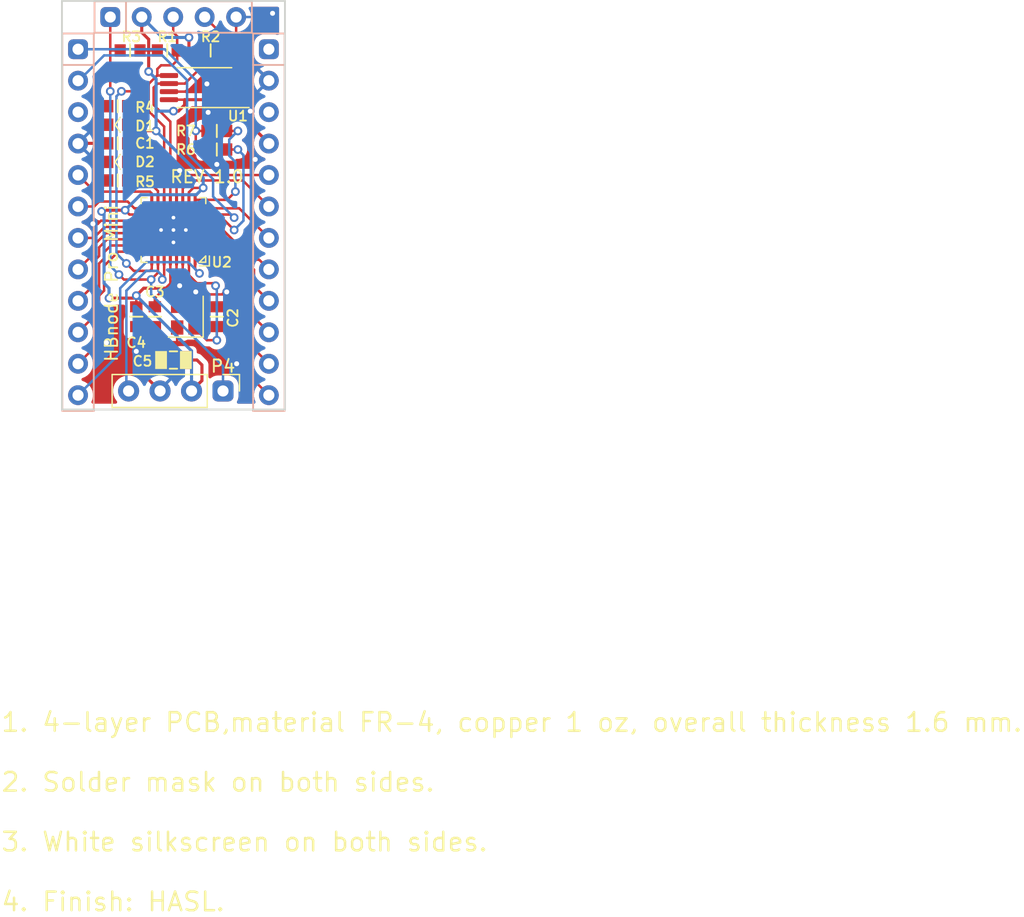
<source format=kicad_pcb>
(kicad_pcb (version 20171130) (host pcbnew "(5.1.12)-1")

  (general
    (thickness 1.6)
    (drawings 9)
    (tracks 456)
    (zones 0)
    (modules 21)
    (nets 36)
  )

  (page A4)
  (title_block
    (title "HBnode Pro Mini")
    (date 2019-09-18)
    (rev 1.0)
    (company =AK=)
  )

  (layers
    (0 F.Cu signal)
    (31 B.Cu signal)
    (33 F.Adhes user hide)
    (35 F.Paste user hide)
    (36 B.SilkS user)
    (37 F.SilkS user)
    (38 B.Mask user hide)
    (39 F.Mask user hide)
    (40 Dwgs.User user hide)
    (41 Cmts.User user hide)
    (42 Eco1.User user hide)
    (43 Eco2.User user hide)
    (44 Edge.Cuts user)
    (45 Margin user hide)
    (46 B.CrtYd user hide)
    (47 F.CrtYd user hide)
    (48 B.Fab user hide)
    (49 F.Fab user hide)
  )

  (setup
    (last_trace_width 0.2)
    (user_trace_width 0.25)
    (trace_clearance 0.15)
    (zone_clearance 0.4)
    (zone_45_only no)
    (trace_min 0.2)
    (via_size 0.7)
    (via_drill 0.4)
    (via_min_size 0.4)
    (via_min_drill 0.3)
    (user_via 0.5 0.3)
    (uvia_size 0.3)
    (uvia_drill 0.1)
    (uvias_allowed no)
    (uvia_min_size 0.2)
    (uvia_min_drill 0.1)
    (edge_width 0.15)
    (segment_width 0.2)
    (pcb_text_width 0.3)
    (pcb_text_size 1.5 1.5)
    (mod_edge_width 0.15)
    (mod_text_size 1 1)
    (mod_text_width 0.15)
    (pad_size 1.7 1.7)
    (pad_drill 0.9)
    (pad_to_mask_clearance 0.051)
    (solder_mask_min_width 0.25)
    (aux_axis_origin 0 0)
    (visible_elements 7FFDFF7F)
    (pcbplotparams
      (layerselection 0x010e8_ffffffff)
      (usegerberextensions true)
      (usegerberattributes false)
      (usegerberadvancedattributes false)
      (creategerberjobfile false)
      (excludeedgelayer false)
      (linewidth 0.200000)
      (plotframeref true)
      (viasonmask false)
      (mode 1)
      (useauxorigin false)
      (hpglpennumber 1)
      (hpglpenspeed 20)
      (hpglpendiameter 15.000000)
      (psnegative false)
      (psa4output false)
      (plotreference true)
      (plotvalue false)
      (plotinvisibletext false)
      (padsonsilk false)
      (subtractmaskfromsilk false)
      (outputformat 1)
      (mirror false)
      (drillshape 0)
      (scaleselection 1)
      (outputdirectory "Fabrication/"))
  )

  (net 0 "")
  (net 1 COM)
  (net 2 /D7)
  (net 3 /D6)
  (net 4 /D5)
  (net 5 /D4)
  (net 6 /D3)
  (net 7 /D2)
  (net 8 /~RESET)
  (net 9 /D8)
  (net 10 /A0)
  (net 11 /A1)
  (net 12 /A2)
  (net 13 /A3)
  (net 14 +5V)
  (net 15 "Net-(C2-Pad2)")
  (net 16 "Net-(C3-Pad2)")
  (net 17 "Net-(D1-Pad1)")
  (net 18 "Net-(D2-Pad1)")
  (net 19 /BOOT-SDA)
  (net 20 /BOOT-SCL)
  (net 21 /~LED-R)
  (net 22 /~LED-G)
  (net 23 /D10-SCL)
  (net 24 /D11-MOSI)
  (net 25 /D12-MISO)
  (net 26 /D13-SCK)
  (net 27 /PC0-TX1)
  (net 28 /RX1)
  (net 29 /CCL1-OUT)
  (net 30 /UPDI)
  (net 31 /D9-SDA)
  (net 32 /TX1)
  (net 33 "Net-(P2-Pad3)")
  (net 34 "Net-(P2-Pad1)")
  (net 35 "Net-(P1-Pad3)")

  (net_class Default "This is the default net class."
    (clearance 0.15)
    (trace_width 0.2)
    (via_dia 0.7)
    (via_drill 0.4)
    (uvia_dia 0.3)
    (uvia_drill 0.1)
    (add_net +5V)
    (add_net /A0)
    (add_net /A1)
    (add_net /A2)
    (add_net /A3)
    (add_net /BOOT-SCL)
    (add_net /BOOT-SDA)
    (add_net /CCL1-OUT)
    (add_net /D10-SCL)
    (add_net /D11-MOSI)
    (add_net /D12-MISO)
    (add_net /D13-SCK)
    (add_net /D2)
    (add_net /D3)
    (add_net /D4)
    (add_net /D5)
    (add_net /D6)
    (add_net /D7)
    (add_net /D8)
    (add_net /D9-SDA)
    (add_net /PC0-TX1)
    (add_net /RX1)
    (add_net /TX1)
    (add_net /UPDI)
    (add_net /~LED-G)
    (add_net /~LED-R)
    (add_net /~RESET)
    (add_net COM)
    (add_net "Net-(C2-Pad2)")
    (add_net "Net-(C3-Pad2)")
    (add_net "Net-(D1-Pad1)")
    (add_net "Net-(D2-Pad1)")
    (add_net "Net-(P1-Pad3)")
    (add_net "Net-(P2-Pad1)")
    (add_net "Net-(P2-Pad3)")
  )

  (module Package_DFN_QFN:QFN-32-1EP_5x5mm_P0.5mm_EP3.1x3.1mm_pin0 (layer F.Cu) (tedit 63E6166D) (tstamp 63E219FE)
    (at 89 68.5 180)
    (descr "QFN, 32 Pin (http://ww1.microchip.com/downloads/en/DeviceDoc/8008S.pdf#page=20), generated with kicad-footprint-generator ipc_noLead_generator.py")
    (tags "QFN NoLead")
    (path /63AFCA8E)
    (attr smd)
    (fp_text reference U2 (at -3.9 -2.6) (layer F.SilkS)
      (effects (font (size 0.8 0.8) (thickness 0.15)))
    )
    (fp_text value AVR64DD32 (at 0 3.82) (layer F.Fab)
      (effects (font (size 1 1) (thickness 0.15)))
    )
    (fp_line (start -2.6 -2.6) (end -2.1 -2.6) (layer F.SilkS) (width 0.12))
    (fp_line (start -2.1 -2.9) (end -2.9 -2.9) (layer F.SilkS) (width 0.12))
    (fp_line (start -2.9 -2.9) (end -2.9 -2.1) (layer F.SilkS) (width 0.12))
    (fp_line (start -2.6 -2.6) (end -2.6 -2.1) (layer F.SilkS) (width 0.12))
    (fp_line (start -2.6 -2.1) (end -2.1 -2.6) (layer F.SilkS) (width 0.12))
    (fp_line (start 3.12 -3.12) (end -3.12 -3.12) (layer F.CrtYd) (width 0.05))
    (fp_line (start 3.12 3.12) (end 3.12 -3.12) (layer F.CrtYd) (width 0.05))
    (fp_line (start -3.12 3.12) (end 3.12 3.12) (layer F.CrtYd) (width 0.05))
    (fp_line (start -3.12 -3.12) (end -3.12 3.12) (layer F.CrtYd) (width 0.05))
    (fp_line (start -2.5 -1.5) (end -1.5 -2.5) (layer F.Fab) (width 0.1))
    (fp_line (start -2.5 2.5) (end -2.5 -1.5) (layer F.Fab) (width 0.1))
    (fp_line (start 2.5 2.5) (end -2.5 2.5) (layer F.Fab) (width 0.1))
    (fp_line (start 2.5 -2.5) (end 2.5 2.5) (layer F.Fab) (width 0.1))
    (fp_line (start -1.5 -2.5) (end 2.5 -2.5) (layer F.Fab) (width 0.1))
    (fp_line (start 2.61 2.61) (end 2.61 2.135) (layer F.SilkS) (width 0.12))
    (fp_line (start 2.135 2.61) (end 2.61 2.61) (layer F.SilkS) (width 0.12))
    (fp_line (start -2.61 2.61) (end -2.61 2.135) (layer F.SilkS) (width 0.12))
    (fp_line (start -2.135 2.61) (end -2.61 2.61) (layer F.SilkS) (width 0.12))
    (fp_line (start 2.61 -2.61) (end 2.61 -2.135) (layer F.SilkS) (width 0.12))
    (fp_line (start 2.135 -2.61) (end 2.61 -2.61) (layer F.SilkS) (width 0.12))
    (fp_text user %R (at 0 0) (layer F.Fab)
      (effects (font (size 1 1) (thickness 0.15)))
    )
    (pad 0 thru_hole circle (at 1 0 180) (size 0.5 0.5) (drill 0.3) (layers *.Cu)
      (net 1 COM) (zone_connect 2))
    (pad 0 thru_hole circle (at 0 1 180) (size 0.5 0.5) (drill 0.3) (layers *.Cu)
      (net 1 COM) (zone_connect 2))
    (pad ~ smd roundrect (at 0.9 -0.9 180) (size 1.1 1.1) (layers F.Paste) (roundrect_rratio 0.25)
      (zone_connect 2))
    (pad ~ smd roundrect (at 0.9 0.9 180) (size 1.1 1.1) (layers F.Paste) (roundrect_rratio 0.25)
      (zone_connect 2))
    (pad ~ smd roundrect (at -0.9 0.9 180) (size 1.1 1.1) (layers F.Paste) (roundrect_rratio 0.25)
      (zone_connect 2))
    (pad ~ smd roundrect (at -0.9 -0.9 180) (size 1.1 1.1) (layers F.Paste) (roundrect_rratio 0.25)
      (zone_connect 2))
    (pad 0 thru_hole circle (at -1 0 180) (size 0.5 0.5) (drill 0.3) (layers *.Cu)
      (net 1 COM) (zone_connect 2))
    (pad 0 thru_hole circle (at 0 0 180) (size 0.5 0.5) (drill 0.3) (layers *.Cu)
      (net 1 COM) (zone_connect 2))
    (pad 0 thru_hole circle (at 0 -1 180) (size 0.5 0.5) (drill 0.3) (layers *.Cu)
      (net 1 COM) (zone_connect 2))
    (pad 0 smd rect (at 0 0 180) (size 3.1 3.1) (layers F.Cu F.Mask)
      (net 1 COM))
    (pad 32 smd roundrect (at -1.75 -2.4375 180) (size 0.25 0.875) (layers F.Cu F.Paste F.Mask) (roundrect_rratio 0.25)
      (net 31 /D9-SDA))
    (pad 31 smd roundrect (at -1.25 -2.4375 180) (size 0.25 0.875) (layers F.Cu F.Paste F.Mask) (roundrect_rratio 0.25)
      (net 15 "Net-(C2-Pad2)"))
    (pad 30 smd roundrect (at -0.75 -2.4375 180) (size 0.25 0.875) (layers F.Cu F.Paste F.Mask) (roundrect_rratio 0.25)
      (net 16 "Net-(C3-Pad2)"))
    (pad 29 smd roundrect (at -0.25 -2.4375 180) (size 0.25 0.875) (layers F.Cu F.Paste F.Mask) (roundrect_rratio 0.25)
      (net 1 COM))
    (pad 28 smd roundrect (at 0.25 -2.4375 180) (size 0.25 0.875) (layers F.Cu F.Paste F.Mask) (roundrect_rratio 0.25)
      (net 14 +5V))
    (pad 27 smd roundrect (at 0.75 -2.4375 180) (size 0.25 0.875) (layers F.Cu F.Paste F.Mask) (roundrect_rratio 0.25)
      (net 30 /UPDI))
    (pad 26 smd roundrect (at 1.25 -2.4375 180) (size 0.25 0.875) (layers F.Cu F.Paste F.Mask) (roundrect_rratio 0.25)
      (net 8 /~RESET))
    (pad 25 smd roundrect (at 1.75 -2.4375 180) (size 0.25 0.875) (layers F.Cu F.Paste F.Mask) (roundrect_rratio 0.25)
      (net 21 /~LED-R))
    (pad 24 smd roundrect (at 2.4375 -1.75 180) (size 0.875 0.25) (layers F.Cu F.Paste F.Mask) (roundrect_rratio 0.25)
      (net 9 /D8))
    (pad 23 smd roundrect (at 2.4375 -1.25 180) (size 0.875 0.25) (layers F.Cu F.Paste F.Mask) (roundrect_rratio 0.25)
      (net 2 /D7))
    (pad 22 smd roundrect (at 2.4375 -0.75 180) (size 0.875 0.25) (layers F.Cu F.Paste F.Mask) (roundrect_rratio 0.25)
      (net 3 /D6))
    (pad 21 smd roundrect (at 2.4375 -0.25 180) (size 0.875 0.25) (layers F.Cu F.Paste F.Mask) (roundrect_rratio 0.25)
      (net 4 /D5))
    (pad 20 smd roundrect (at 2.4375 0.25 180) (size 0.875 0.25) (layers F.Cu F.Paste F.Mask) (roundrect_rratio 0.25)
      (net 5 /D4))
    (pad 19 smd roundrect (at 2.4375 0.75 180) (size 0.875 0.25) (layers F.Cu F.Paste F.Mask) (roundrect_rratio 0.25)
      (net 1 COM))
    (pad 18 smd roundrect (at 2.4375 1.25 180) (size 0.875 0.25) (layers F.Cu F.Paste F.Mask) (roundrect_rratio 0.25)
      (net 14 +5V))
    (pad 17 smd roundrect (at 2.4375 1.75 180) (size 0.875 0.25) (layers F.Cu F.Paste F.Mask) (roundrect_rratio 0.25)
      (net 6 /D3))
    (pad 16 smd roundrect (at 1.75 2.4375 180) (size 0.25 0.875) (layers F.Cu F.Paste F.Mask) (roundrect_rratio 0.25)
      (net 7 /D2))
    (pad 15 smd roundrect (at 1.25 2.4375 180) (size 0.25 0.875) (layers F.Cu F.Paste F.Mask) (roundrect_rratio 0.25)
      (net 22 /~LED-G))
    (pad 14 smd roundrect (at 0.75 2.4375 180) (size 0.25 0.875) (layers F.Cu F.Paste F.Mask) (roundrect_rratio 0.25)
      (net 19 /BOOT-SDA))
    (pad 13 smd roundrect (at 0.25 2.4375 180) (size 0.25 0.875) (layers F.Cu F.Paste F.Mask) (roundrect_rratio 0.25)
      (net 20 /BOOT-SCL))
    (pad 12 smd roundrect (at -0.25 2.4375 180) (size 0.25 0.875) (layers F.Cu F.Paste F.Mask) (roundrect_rratio 0.25)
      (net 13 /A3))
    (pad 11 smd roundrect (at -0.75 2.4375 180) (size 0.25 0.875) (layers F.Cu F.Paste F.Mask) (roundrect_rratio 0.25)
      (net 12 /A2))
    (pad 10 smd roundrect (at -1.25 2.4375 180) (size 0.25 0.875) (layers F.Cu F.Paste F.Mask) (roundrect_rratio 0.25)
      (net 14 +5V))
    (pad 9 smd roundrect (at -1.75 2.4375 180) (size 0.25 0.875) (layers F.Cu F.Paste F.Mask) (roundrect_rratio 0.25)
      (net 29 /CCL1-OUT))
    (pad 8 smd roundrect (at -2.4375 1.75 180) (size 0.875 0.25) (layers F.Cu F.Paste F.Mask) (roundrect_rratio 0.25)
      (net 11 /A1))
    (pad 7 smd roundrect (at -2.4375 1.25 180) (size 0.875 0.25) (layers F.Cu F.Paste F.Mask) (roundrect_rratio 0.25)
      (net 28 /RX1))
    (pad 6 smd roundrect (at -2.4375 0.75 180) (size 0.875 0.25) (layers F.Cu F.Paste F.Mask) (roundrect_rratio 0.25)
      (net 27 /PC0-TX1))
    (pad 5 smd roundrect (at -2.4375 0.25 180) (size 0.875 0.25) (layers F.Cu F.Paste F.Mask) (roundrect_rratio 0.25)
      (net 10 /A0))
    (pad 4 smd roundrect (at -2.4375 -0.25 180) (size 0.875 0.25) (layers F.Cu F.Paste F.Mask) (roundrect_rratio 0.25)
      (net 26 /D13-SCK))
    (pad 3 smd roundrect (at -2.4375 -0.75 180) (size 0.875 0.25) (layers F.Cu F.Paste F.Mask) (roundrect_rratio 0.25)
      (net 25 /D12-MISO))
    (pad 2 smd roundrect (at -2.4375 -1.25 180) (size 0.875 0.25) (layers F.Cu F.Paste F.Mask) (roundrect_rratio 0.25)
      (net 24 /D11-MOSI))
    (pad 1 smd roundrect (at -2.4375 -1.75 180) (size 0.875 0.25) (layers F.Cu F.Paste F.Mask) (roundrect_rratio 0.25)
      (net 23 /D10-SCL))
    (model ${KISYS3DMOD}/Package_DFN_QFN.3dshapes/QFN-32-1EP_5x5mm_P0.5mm_EP3.1x3.1mm.wrl
      (at (xyz 0 0 0))
      (scale (xyz 1 1 1))
      (rotate (xyz 0 0 0))
    )
  )

  (module Connectors:HDR_12 locked (layer B.Cu) (tedit 5D820443) (tstamp 5D836019)
    (at 81.3 53.9 270)
    (path /63AFF3DD)
    (fp_text reference P1 (at -2 -0.3 270) (layer B.SilkS) hide
      (effects (font (size 0.8 0.8) (thickness 0.15)) (justify mirror))
    )
    (fp_text value CONN_01X12 (at 0 -2.54 270) (layer B.Fab)
      (effects (font (size 0.8 0.8) (thickness 0.15)) (justify mirror))
    )
    (fp_line (start 29.21 1.27) (end -1.27 1.27) (layer B.SilkS) (width 0.15))
    (fp_line (start 29.21 -1.27) (end 29.21 1.27) (layer B.SilkS) (width 0.15))
    (fp_line (start -1.27 -1.27) (end 29.21 -1.27) (layer B.SilkS) (width 0.15))
    (fp_line (start -1.27 1.27) (end -1.27 -1.27) (layer B.SilkS) (width 0.15))
    (fp_line (start 1.27 1.27) (end 1.27 -1.27) (layer B.SilkS) (width 0.15))
    (pad 10 thru_hole circle (at 22.86 0 270) (size 1.6 1.6) (drill 0.9) (layers *.Cu *.Mask)
      (net 2 /D7))
    (pad 9 thru_hole circle (at 20.32 0 270) (size 1.6 1.6) (drill 0.9) (layers *.Cu *.Mask)
      (net 3 /D6))
    (pad 8 thru_hole circle (at 17.78 0 270) (size 1.6 1.6) (drill 0.9) (layers *.Cu *.Mask)
      (net 4 /D5))
    (pad 7 thru_hole circle (at 15.24 0 270) (size 1.6 1.6) (drill 0.9) (layers *.Cu *.Mask)
      (net 5 /D4))
    (pad 6 thru_hole circle (at 12.7 0 270) (size 1.6 1.6) (drill 0.9) (layers *.Cu *.Mask)
      (net 6 /D3))
    (pad 5 thru_hole circle (at 10.16 0 270) (size 1.6 1.6) (drill 0.9) (layers *.Cu *.Mask)
      (net 7 /D2))
    (pad 4 thru_hole circle (at 7.62 0 270) (size 1.6 1.6) (drill 0.9) (layers *.Cu *.Mask)
      (net 1 COM))
    (pad 3 thru_hole circle (at 5.08 0 270) (size 1.6 1.6) (drill 0.9) (layers *.Cu *.Mask)
      (net 35 "Net-(P1-Pad3)"))
    (pad 2 thru_hole circle (at 2.54 0 270) (size 1.6 1.6) (drill 0.9) (layers *.Cu *.Mask)
      (net 28 /RX1))
    (pad 1 thru_hole roundrect (at 0 0 270) (size 1.6 1.6) (drill 0.9) (layers *.Cu *.Mask) (roundrect_rratio 0.25)
      (net 32 /TX1))
    (pad 11 thru_hole circle (at 25.4 0 270) (size 1.6 1.6) (drill 0.9) (layers *.Cu *.Mask)
      (net 9 /D8))
    (pad 12 thru_hole circle (at 27.94 0 270) (size 1.6 1.6) (drill 0.9) (layers *.Cu *.Mask)
      (net 31 /D9-SDA))
  )

  (module Connectors:HDR_12 locked (layer B.Cu) (tedit 5D82044A) (tstamp 5D836EFA)
    (at 96.7 53.9 270)
    (path /63AFE549)
    (fp_text reference P2 (at -2 0.3 270) (layer B.SilkS) hide
      (effects (font (size 0.8 0.8) (thickness 0.15)) (justify mirror))
    )
    (fp_text value CONN_01X12 (at 0 -2.54 270) (layer B.Fab)
      (effects (font (size 0.8 0.8) (thickness 0.15)) (justify mirror))
    )
    (fp_line (start 29.21 1.27) (end -1.27 1.27) (layer B.SilkS) (width 0.15))
    (fp_line (start 29.21 -1.27) (end 29.21 1.27) (layer B.SilkS) (width 0.15))
    (fp_line (start -1.27 -1.27) (end 29.21 -1.27) (layer B.SilkS) (width 0.15))
    (fp_line (start -1.27 1.27) (end -1.27 -1.27) (layer B.SilkS) (width 0.15))
    (fp_line (start 1.27 1.27) (end 1.27 -1.27) (layer B.SilkS) (width 0.15))
    (pad 10 thru_hole circle (at 22.86 0 270) (size 1.6 1.6) (drill 0.9) (layers *.Cu *.Mask)
      (net 25 /D12-MISO))
    (pad 9 thru_hole circle (at 20.32 0 270) (size 1.6 1.6) (drill 0.9) (layers *.Cu *.Mask)
      (net 26 /D13-SCK))
    (pad 8 thru_hole circle (at 17.78 0 270) (size 1.6 1.6) (drill 0.9) (layers *.Cu *.Mask)
      (net 10 /A0))
    (pad 7 thru_hole circle (at 15.24 0 270) (size 1.6 1.6) (drill 0.9) (layers *.Cu *.Mask)
      (net 11 /A1))
    (pad 6 thru_hole circle (at 12.7 0 270) (size 1.6 1.6) (drill 0.9) (layers *.Cu *.Mask)
      (net 12 /A2))
    (pad 5 thru_hole circle (at 10.16 0 270) (size 1.6 1.6) (drill 0.9) (layers *.Cu *.Mask)
      (net 13 /A3))
    (pad 4 thru_hole circle (at 7.62 0 270) (size 1.6 1.6) (drill 0.9) (layers *.Cu *.Mask)
      (net 14 +5V))
    (pad 3 thru_hole circle (at 5.08 0 270) (size 1.6 1.6) (drill 0.9) (layers *.Cu *.Mask)
      (net 33 "Net-(P2-Pad3)"))
    (pad 2 thru_hole circle (at 2.54 0 270) (size 1.6 1.6) (drill 0.9) (layers *.Cu *.Mask)
      (net 1 COM))
    (pad 1 thru_hole roundrect (at 0 0 270) (size 1.6 1.6) (drill 0.9) (layers *.Cu *.Mask) (roundrect_rratio 0.25)
      (net 34 "Net-(P2-Pad1)"))
    (pad 11 thru_hole circle (at 25.4 0 270) (size 1.6 1.6) (drill 0.9) (layers *.Cu *.Mask)
      (net 24 /D11-MOSI))
    (pad 12 thru_hole circle (at 27.94 0 270) (size 1.6 1.6) (drill 0.9) (layers *.Cu *.Mask)
      (net 23 /D10-SCL))
  )

  (module Connectors:HDR_5 (layer B.Cu) (tedit 63E3462A) (tstamp 5D836910)
    (at 83.9 51.3)
    (path /63E25171)
    (fp_text reference P3 (at -2.4 -0.5) (layer B.SilkS) hide
      (effects (font (size 0.8 0.8) (thickness 0.15)) (justify mirror))
    )
    (fp_text value CONN_01X05 (at 0 -2.54) (layer B.Fab)
      (effects (font (size 0.8 0.8) (thickness 0.15)) (justify mirror))
    )
    (fp_line (start 1.27 -1.27) (end 11.43 -1.27) (layer B.SilkS) (width 0.15))
    (fp_line (start 1.27 1.27) (end 11.43 1.27) (layer B.SilkS) (width 0.15))
    (fp_line (start 11.43 1.27) (end 11.43 -1.27) (layer B.SilkS) (width 0.15))
    (fp_line (start -1.27 1.27) (end -1.27 -1.27) (layer B.SilkS) (width 0.15))
    (fp_line (start -1.27 -1.27) (end 1.27 -1.27) (layer B.SilkS) (width 0.15))
    (fp_line (start 1.27 -1.27) (end 1.27 1.27) (layer B.SilkS) (width 0.15))
    (fp_line (start 1.27 1.27) (end -1.27 1.27) (layer B.SilkS) (width 0.15))
    (pad 5 thru_hole circle (at 10.16 0) (size 1.6 1.6) (drill 0.9) (layers *.Cu *.Mask)
      (net 1 COM))
    (pad 4 thru_hole circle (at 7.62 0) (size 1.6 1.6) (drill 0.9) (layers *.Cu *.Mask)
      (net 20 /BOOT-SCL))
    (pad 3 thru_hole circle (at 5.08 0) (size 1.6 1.6) (drill 0.9) (layers *.Cu *.Mask)
      (net 19 /BOOT-SDA))
    (pad 2 thru_hole circle (at 2.54 0) (size 1.6 1.6) (drill 0.9) (layers *.Cu *.Mask)
      (net 14 +5V))
    (pad 1 thru_hole roundrect (at 0 0) (size 1.6 1.6) (drill 0.9) (layers *.Cu *.Mask) (roundrect_rratio 0.25)
      (net 8 /~RESET))
  )

  (module Discret:0603 (layer F.Cu) (tedit 63E6141C) (tstamp 63E21960)
    (at 84.5 61.5 180)
    (tags "0603 SMD")
    (path /63B7FB29)
    (attr smd)
    (fp_text reference C1 (at -2.2 0 180) (layer F.SilkS)
      (effects (font (size 0.8 0.8) (thickness 0.15)))
    )
    (fp_text value 100n (at 0.1 1.3 180) (layer F.SilkS) hide
      (effects (font (size 0.8 0.8) (thickness 0.1)))
    )
    (fp_line (start 0 -0.5) (end 0 0.5) (layer F.SilkS) (width 0.15))
    (pad 1 smd rect (at -0.8 0 180) (size 0.9 1) (layers F.Cu F.Paste F.Mask)
      (net 14 +5V) (solder_mask_margin 0.1))
    (pad 2 smd rect (at 0.8 0 180) (size 0.9 1) (layers F.Cu F.Paste F.Mask)
      (net 1 COM) (solder_mask_margin 0.1))
    (model ${KISYS3DMOD}/Resistors_SMD.3dshapes/R_0603.wrl
      (at (xyz 0 0 0))
      (scale (xyz 1 1 1))
      (rotate (xyz 0 0 0))
    )
  )

  (module Discret:0603 (layer F.Cu) (tedit 63E61674) (tstamp 63E21967)
    (at 92.5 75.5 270)
    (tags "0603 SMD")
    (path /63B14CA8)
    (attr smd)
    (fp_text reference C2 (at 0.1 -1.3 270) (layer F.SilkS)
      (effects (font (size 0.8 0.8) (thickness 0.15)))
    )
    (fp_text value 22p (at 0.1 1.3 270) (layer F.SilkS) hide
      (effects (font (size 0.8 0.8) (thickness 0.1)))
    )
    (fp_line (start 0 -0.5) (end 0 0.5) (layer F.SilkS) (width 0.15))
    (pad 1 smd rect (at -0.8 0 270) (size 0.9 1) (layers F.Cu F.Paste F.Mask)
      (net 1 COM) (solder_mask_margin 0.1))
    (pad 2 smd rect (at 0.8 0 270) (size 0.9 1) (layers F.Cu F.Paste F.Mask)
      (net 15 "Net-(C2-Pad2)") (solder_mask_margin 0.1))
    (model ${KISYS3DMOD}/Resistors_SMD.3dshapes/R_0603.wrl
      (at (xyz 0 0 0))
      (scale (xyz 1 1 1))
      (rotate (xyz 0 0 0))
    )
  )

  (module Discret:0603 (layer F.Cu) (tedit 63E5FA37) (tstamp 63E2196E)
    (at 87.5 75.5 90)
    (tags "0603 SMD")
    (path /63B142EB)
    (attr smd)
    (fp_text reference C3 (at 2 0 180) (layer F.SilkS)
      (effects (font (size 0.8 0.8) (thickness 0.15)))
    )
    (fp_text value 22p (at 0.1 1.3 90) (layer F.SilkS) hide
      (effects (font (size 0.8 0.8) (thickness 0.1)))
    )
    (fp_line (start 0 -0.5) (end 0 0.5) (layer F.SilkS) (width 0.15))
    (pad 2 smd rect (at 0.8 0 90) (size 0.9 1) (layers F.Cu F.Paste F.Mask)
      (net 16 "Net-(C3-Pad2)") (solder_mask_margin 0.1))
    (pad 1 smd rect (at -0.8 0 90) (size 0.9 1) (layers F.Cu F.Paste F.Mask)
      (net 1 COM) (solder_mask_margin 0.1))
    (model ${KISYS3DMOD}/Resistors_SMD.3dshapes/R_0603.wrl
      (at (xyz 0 0 0))
      (scale (xyz 1 1 1))
      (rotate (xyz 0 0 0))
    )
  )

  (module Discret:0603 (layer F.Cu) (tedit 63E61757) (tstamp 63E21975)
    (at 86 75.5 270)
    (tags "0603 SMD")
    (path /63B1179E)
    (attr smd)
    (fp_text reference C4 (at 2.1 0) (layer F.SilkS)
      (effects (font (size 0.8 0.8) (thickness 0.15)))
    )
    (fp_text value 100n (at 0.1 1.3 270) (layer F.SilkS) hide
      (effects (font (size 0.8 0.8) (thickness 0.1)))
    )
    (fp_line (start 0 -0.5) (end 0 0.5) (layer F.SilkS) (width 0.15))
    (pad 2 smd rect (at 0.8 0 270) (size 0.9 1) (layers F.Cu F.Paste F.Mask)
      (net 1 COM) (solder_mask_margin 0.1))
    (pad 1 smd rect (at -0.8 0 270) (size 0.9 1) (layers F.Cu F.Paste F.Mask)
      (net 14 +5V) (solder_mask_margin 0.1))
    (model ${KISYS3DMOD}/Resistors_SMD.3dshapes/R_0603.wrl
      (at (xyz 0 0 0))
      (scale (xyz 1 1 1))
      (rotate (xyz 0 0 0))
    )
  )

  (module Discret:0805 (layer F.Cu) (tedit 63E5FA40) (tstamp 63E2197D)
    (at 89 79 180)
    (tags "0805 SMD")
    (path /63B11F4D)
    (attr smd)
    (fp_text reference C5 (at 2.5 -0.1 180) (layer F.SilkS)
      (effects (font (size 0.8 0.8) (thickness 0.15)))
    )
    (fp_text value 10uF (at 0 1.6 180) (layer F.SilkS) hide
      (effects (font (size 0.8 0.8) (thickness 0.15)))
    )
    (fp_line (start -0.3 0.7) (end 0.3 0.7) (layer F.SilkS) (width 0.15))
    (fp_line (start -0.3 -0.7) (end 0.3 -0.7) (layer F.SilkS) (width 0.15))
    (pad 1 smd rect (at -1 0 180) (size 0.95 1.45) (layers F.Cu F.Paste F.SilkS F.Mask)
      (net 14 +5V) (solder_mask_margin 0.1))
    (pad 2 smd rect (at 1 0 180) (size 0.95 1.45) (layers F.Cu F.Paste F.SilkS F.Mask)
      (net 1 COM) (solder_mask_margin 0.1))
    (model ${KISYS3DMOD}/Resistors_SMD.3dshapes/R_0805_HandSoldering.wrl
      (at (xyz 0 0 0))
      (scale (xyz 1 1 1))
      (rotate (xyz 0 0 0))
    )
  )

  (module Discret:0603 (layer F.Cu) (tedit 63E5FA49) (tstamp 63E21992)
    (at 88.5 54)
    (tags "0603 SMD")
    (path /63BF9942)
    (attr smd)
    (fp_text reference R1 (at 0 -1.1) (layer F.SilkS)
      (effects (font (size 0.8 0.8) (thickness 0.15)))
    )
    (fp_text value 4.7k (at 0.1 1.3) (layer F.SilkS) hide
      (effects (font (size 0.8 0.8) (thickness 0.1)))
    )
    (fp_line (start 0 -0.5) (end 0 0.5) (layer F.SilkS) (width 0.15))
    (pad 2 smd rect (at 0.8 0) (size 0.9 1) (layers F.Cu F.Paste F.Mask)
      (net 19 /BOOT-SDA) (solder_mask_margin 0.1))
    (pad 1 smd rect (at -0.8 0) (size 0.9 1) (layers F.Cu F.Paste F.Mask)
      (net 14 +5V) (solder_mask_margin 0.1))
    (model ${KISYS3DMOD}/Resistors_SMD.3dshapes/R_0603.wrl
      (at (xyz 0 0 0))
      (scale (xyz 1 1 1))
      (rotate (xyz 0 0 0))
    )
  )

  (module Discret:0603 (layer F.Cu) (tedit 63E5FA4C) (tstamp 63E21999)
    (at 92 54)
    (tags "0603 SMD")
    (path /63BFA29B)
    (attr smd)
    (fp_text reference R2 (at 0 -1.1) (layer F.SilkS)
      (effects (font (size 0.8 0.8) (thickness 0.15)))
    )
    (fp_text value 4.7k (at 0.1 1.3) (layer F.SilkS) hide
      (effects (font (size 0.8 0.8) (thickness 0.1)))
    )
    (fp_line (start 0 -0.5) (end 0 0.5) (layer F.SilkS) (width 0.15))
    (pad 1 smd rect (at -0.8 0) (size 0.9 1) (layers F.Cu F.Paste F.Mask)
      (net 14 +5V) (solder_mask_margin 0.1))
    (pad 2 smd rect (at 0.8 0) (size 0.9 1) (layers F.Cu F.Paste F.Mask)
      (net 20 /BOOT-SCL) (solder_mask_margin 0.1))
    (model ${KISYS3DMOD}/Resistors_SMD.3dshapes/R_0603.wrl
      (at (xyz 0 0 0))
      (scale (xyz 1 1 1))
      (rotate (xyz 0 0 0))
    )
  )

  (module Discret:0603 (layer F.Cu) (tedit 63E5FA46) (tstamp 63E219A0)
    (at 85.5 54 180)
    (tags "0603 SMD")
    (path /63E6D911)
    (attr smd)
    (fp_text reference R3 (at -0.1 1.1 180) (layer F.SilkS)
      (effects (font (size 0.8 0.8) (thickness 0.15)))
    )
    (fp_text value 4.7k (at 0.1 1.3 180) (layer F.SilkS) hide
      (effects (font (size 0.8 0.8) (thickness 0.1)))
    )
    (fp_line (start 0 -0.5) (end 0 0.5) (layer F.SilkS) (width 0.15))
    (pad 1 smd rect (at -0.8 0 180) (size 0.9 1) (layers F.Cu F.Paste F.Mask)
      (net 14 +5V) (solder_mask_margin 0.1))
    (pad 2 smd rect (at 0.8 0 180) (size 0.9 1) (layers F.Cu F.Paste F.Mask)
      (net 8 /~RESET) (solder_mask_margin 0.1))
    (model ${KISYS3DMOD}/Resistors_SMD.3dshapes/R_0603.wrl
      (at (xyz 0 0 0))
      (scale (xyz 1 1 1))
      (rotate (xyz 0 0 0))
    )
  )

  (module Discret:0603 (layer F.Cu) (tedit 63E61422) (tstamp 63E219A7)
    (at 84.5 58.5)
    (tags "0603 SMD")
    (path /63BFF61D)
    (attr smd)
    (fp_text reference R4 (at 2.2 0.1) (layer F.SilkS)
      (effects (font (size 0.8 0.8) (thickness 0.15)))
    )
    (fp_text value 4.7k (at 0.1 1.3) (layer F.SilkS) hide
      (effects (font (size 0.8 0.8) (thickness 0.1)))
    )
    (fp_line (start 0 -0.5) (end 0 0.5) (layer F.SilkS) (width 0.15))
    (pad 2 smd rect (at 0.8 0) (size 0.9 1) (layers F.Cu F.Paste F.Mask)
      (net 21 /~LED-R) (solder_mask_margin 0.1))
    (pad 1 smd rect (at -0.8 0) (size 0.9 1) (layers F.Cu F.Paste F.Mask)
      (net 17 "Net-(D1-Pad1)") (solder_mask_margin 0.1))
    (model ${KISYS3DMOD}/Resistors_SMD.3dshapes/R_0603.wrl
      (at (xyz 0 0 0))
      (scale (xyz 1 1 1))
      (rotate (xyz 0 0 0))
    )
  )

  (module Discret:0603 (layer F.Cu) (tedit 63E61419) (tstamp 63E219AE)
    (at 84.5 64.5)
    (tags "0603 SMD")
    (path /63B64AAB)
    (attr smd)
    (fp_text reference R5 (at 2.2 0.1) (layer F.SilkS)
      (effects (font (size 0.8 0.8) (thickness 0.15)))
    )
    (fp_text value 4.7k (at 0.1 1.3) (layer F.SilkS) hide
      (effects (font (size 0.8 0.8) (thickness 0.1)))
    )
    (fp_line (start 0 -0.5) (end 0 0.5) (layer F.SilkS) (width 0.15))
    (pad 1 smd rect (at -0.8 0) (size 0.9 1) (layers F.Cu F.Paste F.Mask)
      (net 18 "Net-(D2-Pad1)") (solder_mask_margin 0.1))
    (pad 2 smd rect (at 0.8 0) (size 0.9 1) (layers F.Cu F.Paste F.Mask)
      (net 22 /~LED-G) (solder_mask_margin 0.1))
    (model ${KISYS3DMOD}/Resistors_SMD.3dshapes/R_0603.wrl
      (at (xyz 0 0 0))
      (scale (xyz 1 1 1))
      (rotate (xyz 0 0 0))
    )
  )

  (module Package_SO:TSSOP-8_4.4x3mm_P0.65mm (layer F.Cu) (tedit 63E5FA1F) (tstamp 63E27174)
    (at 91.5 57 180)
    (descr "TSSOP, 8 Pin (JEDEC MO-153 Var AA https://www.jedec.org/document_search?search_api_views_fulltext=MO-153), generated with kicad-footprint-generator ipc_gullwing_generator.py")
    (tags "TSSOP SO")
    (path /63B616F5)
    (attr smd)
    (fp_text reference U1 (at -2.7 -2.3 180) (layer F.SilkS)
      (effects (font (size 0.8 0.8) (thickness 0.15)))
    )
    (fp_text value 24C512 (at 0 2.45 180) (layer F.Fab)
      (effects (font (size 1 1) (thickness 0.15)))
    )
    (fp_line (start 3.85 -1.75) (end -3.85 -1.75) (layer F.CrtYd) (width 0.05))
    (fp_line (start 3.85 1.75) (end 3.85 -1.75) (layer F.CrtYd) (width 0.05))
    (fp_line (start -3.85 1.75) (end 3.85 1.75) (layer F.CrtYd) (width 0.05))
    (fp_line (start -3.85 -1.75) (end -3.85 1.75) (layer F.CrtYd) (width 0.05))
    (fp_line (start -2.2 -0.75) (end -1.45 -1.5) (layer F.Fab) (width 0.1))
    (fp_line (start -2.2 1.5) (end -2.2 -0.75) (layer F.Fab) (width 0.1))
    (fp_line (start 2.2 1.5) (end -2.2 1.5) (layer F.Fab) (width 0.1))
    (fp_line (start 2.2 -1.5) (end 2.2 1.5) (layer F.Fab) (width 0.1))
    (fp_line (start -1.45 -1.5) (end 2.2 -1.5) (layer F.Fab) (width 0.1))
    (fp_line (start 0 -1.61) (end -3.6 -1.61) (layer F.SilkS) (width 0.12))
    (fp_line (start 0 -1.61) (end 2.2 -1.61) (layer F.SilkS) (width 0.12))
    (fp_line (start 0 1.61) (end -2.2 1.61) (layer F.SilkS) (width 0.12))
    (fp_line (start 0 1.61) (end 2.2 1.61) (layer F.SilkS) (width 0.12))
    (fp_text user %R (at 0 0 180) (layer F.Fab)
      (effects (font (size 1 1) (thickness 0.15)))
    )
    (pad 1 smd roundrect (at -2.8625 -0.975 180) (size 1.475 0.4) (layers F.Cu F.Paste F.Mask) (roundrect_rratio 0.25)
      (net 1 COM))
    (pad 2 smd roundrect (at -2.8625 -0.325 180) (size 1.475 0.4) (layers F.Cu F.Paste F.Mask) (roundrect_rratio 0.25)
      (net 1 COM))
    (pad 3 smd roundrect (at -2.8625 0.325 180) (size 1.475 0.4) (layers F.Cu F.Paste F.Mask) (roundrect_rratio 0.25)
      (net 14 +5V))
    (pad 4 smd roundrect (at -2.8625 0.975 180) (size 1.475 0.4) (layers F.Cu F.Paste F.Mask) (roundrect_rratio 0.25)
      (net 1 COM))
    (pad 5 smd roundrect (at 2.8625 0.975 180) (size 1.475 0.4) (layers F.Cu F.Paste F.Mask) (roundrect_rratio 0.25)
      (net 19 /BOOT-SDA))
    (pad 6 smd roundrect (at 2.8625 0.325 180) (size 1.475 0.4) (layers F.Cu F.Paste F.Mask) (roundrect_rratio 0.25)
      (net 20 /BOOT-SCL))
    (pad 7 smd roundrect (at 2.8625 -0.325 180) (size 1.475 0.4) (layers F.Cu F.Paste F.Mask) (roundrect_rratio 0.25)
      (net 1 COM))
    (pad 8 smd roundrect (at 2.8625 -0.975 180) (size 1.475 0.4) (layers F.Cu F.Paste F.Mask) (roundrect_rratio 0.25)
      (net 14 +5V))
    (model ${KISYS3DMOD}/Package_SO.3dshapes/TSSOP-8_4.4x3mm_P0.65mm.wrl
      (at (xyz 0 0 0))
      (scale (xyz 1 1 1))
      (rotate (xyz 0 0 0))
    )
  )

  (module Connector_PinHeader_2.54mm:PinHeader_1x04_P2.54mm_Vertical (layer F.Cu) (tedit 63E4BF39) (tstamp 63E35B3E)
    (at 93 81.5 270)
    (descr "Through hole straight pin header, 1x04, 2.54mm pitch, single row")
    (tags "Through hole pin header THT 1x04 2.54mm single row")
    (path /63E83A86)
    (fp_text reference P4 (at -2 0) (layer F.SilkS)
      (effects (font (size 1 1) (thickness 0.15)))
    )
    (fp_text value CONN_01X04 (at 0 9.95 270) (layer F.Fab)
      (effects (font (size 1 1) (thickness 0.15)))
    )
    (fp_line (start -0.635 -1.27) (end 1.27 -1.27) (layer F.Fab) (width 0.1))
    (fp_line (start 1.27 -1.27) (end 1.27 8.89) (layer F.Fab) (width 0.1))
    (fp_line (start 1.27 8.89) (end -1.27 8.89) (layer F.Fab) (width 0.1))
    (fp_line (start -1.27 8.89) (end -1.27 -0.635) (layer F.Fab) (width 0.1))
    (fp_line (start -1.27 -0.635) (end -0.635 -1.27) (layer F.Fab) (width 0.1))
    (fp_line (start -1.33 8.95) (end 1.33 8.95) (layer F.SilkS) (width 0.12))
    (fp_line (start -1.33 1.27) (end -1.33 8.95) (layer F.SilkS) (width 0.12))
    (fp_line (start 1.33 1.27) (end 1.33 8.95) (layer F.SilkS) (width 0.12))
    (fp_line (start -1.33 1.27) (end 1.33 1.27) (layer F.SilkS) (width 0.12))
    (fp_line (start -1.33 0) (end -1.33 -1.33) (layer F.SilkS) (width 0.12))
    (fp_line (start -1.33 -1.33) (end 0 -1.33) (layer F.SilkS) (width 0.12))
    (fp_line (start -1.8 -1.8) (end -1.8 9.4) (layer F.CrtYd) (width 0.05))
    (fp_line (start -1.8 9.4) (end 1.8 9.4) (layer F.CrtYd) (width 0.05))
    (fp_line (start 1.8 9.4) (end 1.8 -1.8) (layer F.CrtYd) (width 0.05))
    (fp_line (start 1.8 -1.8) (end -1.8 -1.8) (layer F.CrtYd) (width 0.05))
    (fp_text user %R (at 0 3.81) (layer F.Fab)
      (effects (font (size 1 1) (thickness 0.15)))
    )
    (pad 1 thru_hole roundrect (at 0 0 270) (size 1.7 1.7) (drill 0.9) (layers *.Cu *.Mask) (roundrect_rratio 0.25)
      (net 8 /~RESET))
    (pad 2 thru_hole oval (at 0 2.54 270) (size 1.7 1.7) (drill 0.9) (layers *.Cu *.Mask)
      (net 14 +5V))
    (pad 3 thru_hole oval (at 0 5.08 270) (size 1.7 1.7) (drill 0.9) (layers *.Cu *.Mask)
      (net 1 COM))
    (pad 4 thru_hole oval (at 0 7.62 270) (size 1.7 1.7) (drill 0.9) (layers *.Cu *.Mask)
      (net 30 /UPDI))
    (model ${KISYS3DMOD}/Connector_PinHeader_2.54mm.3dshapes/PinHeader_1x04_P2.54mm_Vertical.wrl
      (at (xyz 0 0 0))
      (scale (xyz 1 1 1))
      (rotate (xyz 0 0 0))
    )
  )

  (module Crystal:Crystal_SMD_2520-4Pin_2.5x2.0mm (layer F.Cu) (tedit 5A0FD1B2) (tstamp 63E379E6)
    (at 90 75.5 90)
    (descr "SMD Crystal SERIES SMD2520/4 http://www.newxtal.com/UploadFiles/Images/2012-11-12-09-29-09-776.pdf, 2.5x2.0mm^2 package")
    (tags "SMD SMT crystal")
    (path /63B13B13)
    (attr smd)
    (fp_text reference Y1 (at 0 -2.2 90) (layer F.SilkS) hide
      (effects (font (size 1 1) (thickness 0.15)))
    )
    (fp_text value 24MHz (at 0 2.2 90) (layer F.Fab)
      (effects (font (size 1 1) (thickness 0.15)))
    )
    (fp_line (start -1.15 -1) (end 1.15 -1) (layer F.Fab) (width 0.1))
    (fp_line (start 1.15 -1) (end 1.25 -0.9) (layer F.Fab) (width 0.1))
    (fp_line (start 1.25 -0.9) (end 1.25 0.9) (layer F.Fab) (width 0.1))
    (fp_line (start 1.25 0.9) (end 1.15 1) (layer F.Fab) (width 0.1))
    (fp_line (start 1.15 1) (end -1.15 1) (layer F.Fab) (width 0.1))
    (fp_line (start -1.15 1) (end -1.25 0.9) (layer F.Fab) (width 0.1))
    (fp_line (start -1.25 0.9) (end -1.25 -0.9) (layer F.Fab) (width 0.1))
    (fp_line (start -1.25 -0.9) (end -1.15 -1) (layer F.Fab) (width 0.1))
    (fp_line (start -1.25 0) (end -0.25 1) (layer F.Fab) (width 0.1))
    (fp_line (start -1.65 -1.4) (end -1.65 1.4) (layer F.SilkS) (width 0.12))
    (fp_line (start -1.65 1.4) (end 1.65 1.4) (layer F.SilkS) (width 0.12))
    (fp_line (start -1.7 -1.5) (end -1.7 1.5) (layer F.CrtYd) (width 0.05))
    (fp_line (start -1.7 1.5) (end 1.7 1.5) (layer F.CrtYd) (width 0.05))
    (fp_line (start 1.7 1.5) (end 1.7 -1.5) (layer F.CrtYd) (width 0.05))
    (fp_line (start 1.7 -1.5) (end -1.7 -1.5) (layer F.CrtYd) (width 0.05))
    (fp_text user %R (at 0 0 90) (layer F.Fab)
      (effects (font (size 0.6 0.6) (thickness 0.09)))
    )
    (pad 1 smd rect (at -0.875 0.7 90) (size 1.15 1) (layers F.Cu F.Paste F.Mask)
      (net 15 "Net-(C2-Pad2)"))
    (pad 2 smd rect (at 0.875 0.7 90) (size 1.15 1) (layers F.Cu F.Paste F.Mask)
      (net 1 COM))
    (pad 3 smd rect (at 0.875 -0.7 90) (size 1.15 1) (layers F.Cu F.Paste F.Mask)
      (net 16 "Net-(C3-Pad2)"))
    (pad 4 smd rect (at -0.875 -0.7 90) (size 1.15 1) (layers F.Cu F.Paste F.Mask)
      (net 1 COM))
    (model ${KISYS3DMOD}/Crystal.3dshapes/Crystal_SMD_2520-4Pin_2.5x2.0mm.wrl
      (at (xyz 0 0 0))
      (scale (xyz 1 1 1))
      (rotate (xyz 0 0 0))
    )
  )

  (module Discret:0603 (layer F.Cu) (tedit 63E5DC6A) (tstamp 63E4FEF6)
    (at 92.5 62 180)
    (tags "0603 SMD")
    (path /63EE6812)
    (attr smd)
    (fp_text reference R6 (at 2.5 0 180) (layer F.SilkS)
      (effects (font (size 0.8 0.8) (thickness 0.15)))
    )
    (fp_text value 1k (at 0.1 1.3 180) (layer F.SilkS) hide
      (effects (font (size 0.8 0.8) (thickness 0.1)))
    )
    (fp_line (start 0 -0.5) (end 0 0.5) (layer F.SilkS) (width 0.15))
    (pad 2 smd rect (at 0.8 0 180) (size 0.9 1) (layers F.Cu F.Paste F.Mask)
      (net 32 /TX1) (solder_mask_margin 0.1))
    (pad 1 smd rect (at -0.8 0 180) (size 0.9 1) (layers F.Cu F.Paste F.Mask)
      (net 27 /PC0-TX1) (solder_mask_margin 0.1))
    (model ${KISYS3DMOD}/Resistors_SMD.3dshapes/R_0603.wrl
      (at (xyz 0 0 0))
      (scale (xyz 1 1 1))
      (rotate (xyz 0 0 0))
    )
  )

  (module Discret:0603 (layer F.Cu) (tedit 63E5DC67) (tstamp 63E4FEFD)
    (at 92.5 60.5 180)
    (tags "0603 SMD")
    (path /63EE70E1)
    (attr smd)
    (fp_text reference R7 (at 2.5 0 180) (layer F.SilkS)
      (effects (font (size 0.8 0.8) (thickness 0.15)))
    )
    (fp_text value 1k (at 0.1 1.3 180) (layer F.SilkS) hide
      (effects (font (size 0.8 0.8) (thickness 0.1)))
    )
    (fp_line (start 0 -0.5) (end 0 0.5) (layer F.SilkS) (width 0.15))
    (pad 1 smd rect (at -0.8 0 180) (size 0.9 1) (layers F.Cu F.Paste F.Mask)
      (net 29 /CCL1-OUT) (solder_mask_margin 0.1))
    (pad 2 smd rect (at 0.8 0 180) (size 0.9 1) (layers F.Cu F.Paste F.Mask)
      (net 32 /TX1) (solder_mask_margin 0.1))
    (model ${KISYS3DMOD}/Resistors_SMD.3dshapes/R_0603.wrl
      (at (xyz 0 0 0))
      (scale (xyz 1 1 1))
      (rotate (xyz 0 0 0))
    )
  )

  (module Discret:0603_LED (layer F.Cu) (tedit 63E6141F) (tstamp 63E64A59)
    (at 84.5 60)
    (tags "0603 SMD")
    (path /63BD4432)
    (attr smd)
    (fp_text reference D1 (at 2.2 0.1) (layer F.SilkS)
      (effects (font (size 0.8 0.8) (thickness 0.15)))
    )
    (fp_text value RED (at 0.1 1.3) (layer F.SilkS) hide
      (effects (font (size 0.8 0.8) (thickness 0.1)))
    )
    (fp_line (start 0.2 -0.6) (end -0.2 0) (layer F.SilkS) (width 0.12))
    (fp_line (start -0.2 0) (end 0.2 0.6) (layer F.SilkS) (width 0.12))
    (pad 2 smd rect (at 0.8 0) (size 0.9 1) (layers F.Cu F.Paste F.Mask)
      (net 14 +5V) (solder_mask_margin 0.1))
    (pad 1 smd rect (at -0.8 0) (size 0.9 1) (layers F.Cu F.Paste F.Mask)
      (net 17 "Net-(D1-Pad1)") (solder_mask_margin 0.1))
    (model ${KISYS3DMOD}/Resistors_SMD.3dshapes/R_0603.wrl
      (at (xyz 0 0 0))
      (scale (xyz 1 1 1))
      (rotate (xyz 0 0 0))
    )
  )

  (module Discret:0603_LED (layer F.Cu) (tedit 63E6141A) (tstamp 63E64A61)
    (at 84.5 63)
    (tags "0603 SMD")
    (path /63B64D36)
    (attr smd)
    (fp_text reference D2 (at 2.2 0) (layer F.SilkS)
      (effects (font (size 0.8 0.8) (thickness 0.15)))
    )
    (fp_text value GRN (at 0.1 1.3) (layer F.SilkS) hide
      (effects (font (size 0.8 0.8) (thickness 0.1)))
    )
    (fp_line (start -0.2 0) (end 0.2 0.6) (layer F.SilkS) (width 0.12))
    (fp_line (start 0.2 -0.6) (end -0.2 0) (layer F.SilkS) (width 0.12))
    (pad 1 smd rect (at -0.8 0) (size 0.9 1) (layers F.Cu F.Paste F.Mask)
      (net 18 "Net-(D2-Pad1)") (solder_mask_margin 0.1))
    (pad 2 smd rect (at 0.8 0) (size 0.9 1) (layers F.Cu F.Paste F.Mask)
      (net 14 +5V) (solder_mask_margin 0.1))
    (model ${KISYS3DMOD}/Resistors_SMD.3dshapes/R_0603.wrl
      (at (xyz 0 0 0))
      (scale (xyz 1 1 1))
      (rotate (xyz 0 0 0))
    )
  )

  (gr_text "HBnode Pro Mini" (at 84 72.8 90) (layer F.SilkS)
    (effects (font (size 1 1) (thickness 0.15)))
  )
  (gr_text "REV 1.0" (at 91.7 64.2) (layer F.SilkS)
    (effects (font (size 1 1) (thickness 0.15)))
  )
  (gr_text "1. 4-layer PCB,material FR-4, copper 1 oz, overall thickness 1.6 mm.\n\n2. Solder mask on both sides.\n\n3. White silkscreen on both sides.\n\n4. Finish: HASL." (at 75 115.5) (layer F.SilkS)
    (effects (font (size 1.5 1.5) (thickness 0.2)) (justify left))
  )
  (dimension 18 (width 0.3) (layer Cmts.User)
    (gr_text "18 mm" (at 88.5 91) (layer Cmts.User)
      (effects (font (size 1.5 1.5) (thickness 0.3)))
    )
    (feature1 (pts (xy 98 84.5) (xy 98 94.086421)))
    (feature2 (pts (xy 80 84.5) (xy 80 94.086421)))
    (crossbar (pts (xy 80 93.5) (xy 98 93.5)))
    (arrow1a (pts (xy 98 93.5) (xy 96.873496 94.086421)))
    (arrow1b (pts (xy 98 93.5) (xy 96.873496 92.913579)))
    (arrow2a (pts (xy 80 93.5) (xy 81.126504 94.086421)))
    (arrow2b (pts (xy 80 93.5) (xy 81.126504 92.913579)))
  )
  (dimension 33 (width 0.3) (layer Cmts.User)
    (gr_text "33 mm" (at 106 66.5 90) (layer Cmts.User)
      (effects (font (size 1.5 1.5) (thickness 0.3)))
    )
    (feature1 (pts (xy 99.5 50) (xy 108.086421 50)))
    (feature2 (pts (xy 99.5 83) (xy 108.086421 83)))
    (crossbar (pts (xy 107.5 83) (xy 107.5 50)))
    (arrow1a (pts (xy 107.5 50) (xy 108.086421 51.126504)))
    (arrow1b (pts (xy 107.5 50) (xy 106.913579 51.126504)))
    (arrow2a (pts (xy 107.5 83) (xy 108.086421 81.873496)))
    (arrow2b (pts (xy 107.5 83) (xy 106.913579 81.873496)))
  )
  (gr_line (start 98 50) (end 80 50) (angle 90) (layer Edge.Cuts) (width 0.15))
  (gr_line (start 98 83) (end 98 50) (angle 90) (layer Edge.Cuts) (width 0.15))
  (gr_line (start 80 83) (end 98 83) (angle 90) (layer Edge.Cuts) (width 0.15))
  (gr_line (start 80 50) (end 80 83) (angle 90) (layer Edge.Cuts) (width 0.15))

  (segment (start 81.3 61.5) (end 81.3 61.52) (width 0.25) (layer F.Cu) (net 1) (tstamp 5D859BBB) (status C00000))
  (segment (start 81.3 61.5) (end 81.3 61.52) (width 0.25) (layer F.Cu) (net 1) (tstamp 5D859BC6) (status C00000))
  (segment (start 88.6375 57.325) (end 91.6 57.325) (width 0.2) (layer F.Cu) (net 1) (status 400000))
  (segment (start 91.6 57.325) (end 91.725 57.325) (width 0.2) (layer F.Cu) (net 1) (tstamp 63E6416F))
  (segment (start 93.025 56.025) (end 94.3625 56.025) (width 0.2) (layer F.Cu) (net 1) (tstamp 63E3B287) (status 800000))
  (segment (start 91.725 57.325) (end 93.025 56.025) (width 0.2) (layer F.Cu) (net 1) (tstamp 63E3B285))
  (segment (start 91.6 73.7) (end 91.7 73.7) (width 0.2) (layer F.Cu) (net 1) (tstamp 63E50DBB))
  (segment (start 91.7 73.7) (end 92.5 73.7) (width 0.2) (layer F.Cu) (net 1) (tstamp 63E51E6C))
  (segment (start 92.5 73.7) (end 92.5 74.7) (width 0.2) (layer F.Cu) (net 1) (tstamp 63E50DBD) (status 800000))
  (segment (start 86.9 78.4) (end 86.9 77.6) (width 0.2) (layer F.Cu) (net 1) (tstamp 63E51061))
  (segment (start 86.9 79) (end 86.9 78.4) (width 0.2) (layer F.Cu) (net 1) (tstamp 63E51066))
  (segment (start 87.5 76.3) (end 87.5 77.3) (width 0.2) (layer F.Cu) (net 1) (status 400000))
  (segment (start 87.5 77.3) (end 87.5 77.2) (width 0.2) (layer F.Cu) (net 1) (tstamp 63E51058))
  (segment (start 87.5 77.2) (end 87.5 77.3) (width 0.2) (layer F.Cu) (net 1) (tstamp 63E5105A))
  (segment (start 87.92 81.5) (end 86.9 80.48) (width 0.25) (layer F.Cu) (net 1) (status 400000))
  (segment (start 86.9 80.48) (end 86.9 79) (width 0.2) (layer F.Cu) (net 1) (tstamp 63E5105D))
  (segment (start 88 79) (end 86.9 79) (width 0.25) (layer F.Cu) (net 1) (status 400000))
  (via (at 89.5 73) (size 0.7) (drill 0.4) (layers F.Cu B.Cu) (net 1))
  (via (at 90.8 73.5) (size 0.7) (drill 0.4) (layers F.Cu B.Cu) (net 1))
  (segment (start 90.8 73.5) (end 90.7 73.5) (width 0.2) (layer B.Cu) (net 1) (tstamp 63E51E64))
  (segment (start 90.2 73) (end 90.7 73.5) (width 0.2) (layer B.Cu) (net 1) (tstamp 63E51E63))
  (segment (start 89.5 73) (end 90.2 73) (width 0.2) (layer B.Cu) (net 1))
  (segment (start 89.25 71.8) (end 89.25 70.9375) (width 0.2) (layer F.Cu) (net 1) (tstamp 63E5109C) (status 800000))
  (segment (start 89.25 72.75) (end 89.25 71.8) (width 0.2) (layer F.Cu) (net 1))
  (segment (start 89.5 73) (end 89.25 72.75) (width 0.2) (layer F.Cu) (net 1) (tstamp 63E5109E))
  (segment (start 90.7 73.6) (end 90.8 73.5) (width 0.2) (layer F.Cu) (net 1) (tstamp 63E51E69))
  (segment (start 90.7 74.625) (end 90.7 73.6) (width 0.2) (layer F.Cu) (net 1) (status 400000))
  (segment (start 89.3 76.375) (end 89.3 77.6) (width 0.2) (layer F.Cu) (net 1) (status 400000))
  (segment (start 89.3 77.6) (end 87.5 77.6) (width 0.2) (layer F.Cu) (net 1) (tstamp 63E510E8))
  (segment (start 87.5 77.6) (end 86.9 77.6) (width 0.2) (layer F.Cu) (net 1) (tstamp 63E51E74))
  (segment (start 89.3 77.6) (end 91 77.6) (width 0.2) (layer F.Cu) (net 1))
  (segment (start 91.8 78.4) (end 92.8 78.4) (width 0.2) (layer F.Cu) (net 1) (tstamp 63E510EF))
  (segment (start 91 77.6) (end 91.8 78.4) (width 0.2) (layer F.Cu) (net 1) (tstamp 63E510EE))
  (segment (start 93.3 73.7) (end 93.6 74) (width 0.2) (layer F.Cu) (net 1) (tstamp 63E5111A))
  (segment (start 93.6 74) (end 93.6 77.6) (width 0.2) (layer F.Cu) (net 1) (tstamp 63E5111B))
  (segment (start 93.6 77.6) (end 92.8 78.4) (width 0.2) (layer F.Cu) (net 1) (tstamp 63E5111C))
  (segment (start 93.3 73.7) (end 92.5 73.7) (width 0.2) (layer F.Cu) (net 1))
  (segment (start 86.9 77.6) (end 86 77.6) (width 0.2) (layer F.Cu) (net 1))
  (segment (start 86 77.6) (end 83.6 77.6) (width 0.2) (layer F.Cu) (net 1) (tstamp 63E51E79))
  (segment (start 82.5 76.2) (end 83.6 77.6) (width 0.2) (layer B.Cu) (net 1) (tstamp 63E5E41B))
  (segment (start 82.5 68) (end 82.5 76.2) (width 0.2) (layer B.Cu) (net 1) (tstamp 63E5E41A))
  (via (at 82.5 68) (size 0.7) (drill 0.4) (layers F.Cu B.Cu) (net 1))
  (segment (start 82.9 68) (end 82.5 68) (width 0.2) (layer F.Cu) (net 1))
  (segment (start 83.15 67.75) (end 82.9 68) (width 0.2) (layer F.Cu) (net 1) (tstamp 63E5E3FF))
  (segment (start 83.15 67.75) (end 86.5625 67.75) (width 0.2) (layer F.Cu) (net 1) (status 800000))
  (via (at 83.6 77.6) (size 0.7) (drill 0.4) (layers F.Cu B.Cu) (net 1))
  (segment (start 83.7 61.5) (end 81.32 61.5) (width 0.25) (layer F.Cu) (net 1) (status C00000))
  (segment (start 81.32 61.5) (end 81.3 61.52) (width 0.2) (layer F.Cu) (net 1) (tstamp 63E51E0F) (status C00000))
  (segment (start 91.7 73.7) (end 91 73.7) (width 0.2) (layer F.Cu) (net 1))
  (segment (start 91 73.7) (end 90.8 73.5) (width 0.2) (layer F.Cu) (net 1) (tstamp 63E51E6E))
  (segment (start 87.5 77.3) (end 87.5 77.6) (width 0.2) (layer F.Cu) (net 1))
  (segment (start 86 76.3) (end 86 77.6) (width 0.2) (layer F.Cu) (net 1) (status 400000))
  (segment (start 95.55 55.75) (end 95.55 55.25) (width 0.2) (layer F.Cu) (net 1) (tstamp 63E64166))
  (segment (start 95.275 56.025) (end 95.55 55.75) (width 0.2) (layer F.Cu) (net 1) (tstamp 63E64163))
  (segment (start 94.3625 56.025) (end 95.275 56.025) (width 0.2) (layer F.Cu) (net 1) (status 400000))
  (segment (start 94.06 53.76) (end 94.06 51.3) (width 0.2) (layer F.Cu) (net 1) (tstamp 63E5E3E3) (status 800000))
  (segment (start 95.55 55.25) (end 94.06 53.76) (width 0.2) (layer F.Cu) (net 1) (tstamp 63E5E3E2))
  (segment (start 82.5 68) (end 82.5 62.72) (width 0.2) (layer B.Cu) (net 1))
  (segment (start 82.5 62.72) (end 81.3 61.52) (width 0.25) (layer B.Cu) (net 1) (tstamp 63E5E42C) (status 800000))
  (segment (start 93.3 73.5) (end 93.3 73.7) (width 0.2) (layer F.Cu) (net 1) (tstamp 63E5E43F))
  (segment (start 95.2 59.1) (end 95.3 67.6) (width 0.2) (layer B.Cu) (net 1) (tstamp 63E5E438))
  (segment (start 95.3 67.6) (end 95.3 69) (width 0.2) (layer B.Cu) (net 1) (tstamp 63E5E439))
  (segment (start 95.3 69) (end 93.3 71) (width 0.2) (layer B.Cu) (net 1) (tstamp 63E5E43A))
  (segment (start 93.3 71) (end 93.3 73.5) (width 0.2) (layer B.Cu) (net 1) (tstamp 63E5E43B))
  (via (at 93.3 73.5) (size 0.7) (drill 0.4) (layers F.Cu B.Cu) (net 1))
  (segment (start 89.25 70.9375) (end 89.25 68.75) (width 0.2) (layer F.Cu) (net 1) (status C00000))
  (segment (start 89.25 68.75) (end 89 68.5) (width 0.2) (layer F.Cu) (net 1) (tstamp 63E640CF) (status C00000))
  (segment (start 86.5625 67.75) (end 88.25 67.75) (width 0.2) (layer F.Cu) (net 1) (status C00000))
  (segment (start 88.25 67.75) (end 89 68.5) (width 0.2) (layer F.Cu) (net 1) (tstamp 63E640D2) (status C00000))
  (segment (start 92.8 78.4) (end 93.2 78.4) (width 0.2) (layer F.Cu) (net 1))
  (via (at 94.1 79.3) (size 0.7) (drill 0.4) (layers F.Cu B.Cu) (net 1))
  (segment (start 93.2 78.4) (end 94.1 79.3) (width 0.2) (layer F.Cu) (net 1) (tstamp 63E64130))
  (segment (start 96.7 56.44) (end 95.3 57.84) (width 0.25) (layer B.Cu) (net 1) (status 400000))
  (segment (start 95.3 57.84) (end 95.2 58.9) (width 0.2) (layer B.Cu) (net 1) (tstamp 63E64148))
  (segment (start 95.2 58.9) (end 95.2 59.1) (width 0.2) (layer B.Cu) (net 1) (tstamp 63E6415C))
  (segment (start 94.3625 57.325) (end 94.3875 57.3) (width 0.2) (layer F.Cu) (net 1) (status C00000))
  (via (at 95.2 58.9) (size 0.7) (drill 0.4) (layers F.Cu B.Cu) (net 1))
  (segment (start 95.2 58.7) (end 95.2 58.9) (width 0.2) (layer F.Cu) (net 1) (tstamp 63E64157))
  (segment (start 95.5 58.3) (end 95.2 58.7) (width 0.2) (layer F.Cu) (net 1) (tstamp 63E64156))
  (segment (start 95.5 57.5) (end 95.5 58) (width 0.2) (layer F.Cu) (net 1) (tstamp 63E64155))
  (segment (start 95.5 58) (end 95.5 58.3) (width 0.2) (layer F.Cu) (net 1) (tstamp 63E64161))
  (segment (start 95.3 57.3) (end 95.5 57.5) (width 0.2) (layer F.Cu) (net 1) (tstamp 63E64154))
  (segment (start 94.3875 57.3) (end 95.3 57.3) (width 0.2) (layer F.Cu) (net 1) (tstamp 63E64153) (status 400000))
  (segment (start 94.3625 57.975) (end 95.5 57.975) (width 0.2) (layer F.Cu) (net 1) (status 400000))
  (segment (start 95.4 58) (end 95.5 58) (width 0.2) (layer F.Cu) (net 1) (tstamp 63E64160))
  (segment (start 95.475 58) (end 95.4 58) (width 0.2) (layer F.Cu) (net 1) (tstamp 63E6415F))
  (segment (start 95.5 57.975) (end 95.475 58) (width 0.2) (layer F.Cu) (net 1) (tstamp 63E6415E))
  (segment (start 96.7 56.44) (end 96.7 56.4) (width 0.2) (layer F.Cu) (net 1) (status C00000))
  (segment (start 96.7 56.4) (end 95.55 55.25) (width 0.25) (layer F.Cu) (net 1) (tstamp 63E64168) (status 400000))
  (segment (start 91.6 57.325) (end 91.7 56.7) (width 0.2) (layer F.Cu) (net 1))
  (segment (start 91.8 59) (end 91.7 59) (width 0.2) (layer F.Cu) (net 1) (tstamp 63E64176))
  (via (at 91.8 59) (size 0.7) (drill 0.4) (layers F.Cu B.Cu) (net 1))
  (segment (start 91.7 56.7) (end 91.8 59) (width 0.25) (layer B.Cu) (net 1) (tstamp 63E64173))
  (via (at 91.7 56.7) (size 0.7) (drill 0.4) (layers F.Cu B.Cu) (net 1))
  (segment (start 91.8 59) (end 91.6 61.8) (width 0.2) (layer B.Cu) (net 1))
  (via (at 89.5 63.7) (size 0.7) (drill 0.4) (layers F.Cu B.Cu) (net 1))
  (segment (start 89.9 63.3) (end 89.5 63.7) (width 0.2) (layer F.Cu) (net 1) (tstamp 63E64197))
  (segment (start 92.5 63.2) (end 89.9 63.3) (width 0.2) (layer F.Cu) (net 1))
  (segment (start 91.6 61.8) (end 92.5 63.2) (width 0.2) (layer B.Cu) (net 1) (tstamp 63E64179))
  (via (at 92.5 63.2) (size 0.7) (drill 0.4) (layers F.Cu B.Cu) (net 1))
  (segment (start 92.5 63.2) (end 95.1 63.3) (width 0.2) (layer F.Cu) (net 1))
  (via (at 95.6 62.8) (size 0.7) (drill 0.4) (layers F.Cu B.Cu) (net 1))
  (segment (start 95.1 63.3) (end 95.6 62.8) (width 0.2) (layer F.Cu) (net 1) (tstamp 63E6419C))
  (segment (start 81.3 61.52) (end 81.3 61.5) (width 0.2) (layer B.Cu) (net 1) (status C00000))
  (segment (start 81.3 61.5) (end 82.4 60.4) (width 0.25) (layer B.Cu) (net 1) (tstamp 63E641A0) (status 400000))
  (segment (start 83.6 77.6) (end 85.3 77.6) (width 0.2) (layer F.Cu) (net 1))
  (via (at 86 78.3) (size 0.7) (drill 0.4) (layers F.Cu B.Cu) (net 1))
  (segment (start 85.3 77.6) (end 86 78.3) (width 0.2) (layer F.Cu) (net 1) (tstamp 63E641A3))
  (segment (start 87.92 81.5) (end 87.92 81.38) (width 0.2) (layer B.Cu) (net 1) (status C00000))
  (segment (start 87.92 81.38) (end 89.1 80.2) (width 0.25) (layer B.Cu) (net 1) (tstamp 63E641A9) (status 400000))
  (segment (start 94.06 51.3) (end 95.8 51.3) (width 0.2) (layer B.Cu) (net 1) (status 400000))
  (segment (start 95.8 51.3) (end 96.3 51.3) (width 0.2) (layer B.Cu) (net 1) (tstamp 63E641AE))
  (segment (start 95.8 51.3) (end 96.7 51.3) (width 0.2) (layer B.Cu) (net 1))
  (via (at 97 51) (size 0.7) (drill 0.4) (layers F.Cu B.Cu) (net 1))
  (segment (start 96.7 51.3) (end 97 51) (width 0.2) (layer B.Cu) (net 1) (tstamp 63E641B0))
  (segment (start 96.7 56.44) (end 96.7 56.4) (width 0.2) (layer B.Cu) (net 1) (status C00000))
  (segment (start 96.7 56.4) (end 95.5 55.2) (width 0.25) (layer B.Cu) (net 1) (tstamp 63E641B5) (status 400000))
  (segment (start 90.8 73.5) (end 91.6 73.5) (width 0.2) (layer F.Cu) (net 1))
  (segment (start 86.5625 69.75) (end 83.95 69.75) (width 0.2) (layer F.Cu) (net 2) (status 400000))
  (segment (start 82.6 75.46) (end 81.3 76.76) (width 0.2) (layer F.Cu) (net 2) (tstamp 63E51150) (status 800000))
  (segment (start 82.6 73.6) (end 82.6 75.46) (width 0.2) (layer F.Cu) (net 2) (tstamp 63E5114F))
  (segment (start 83 73.2) (end 82.6 73.6) (width 0.2) (layer F.Cu) (net 2) (tstamp 63E5114E))
  (segment (start 83 71.2) (end 83 73.2) (width 0.2) (layer F.Cu) (net 2) (tstamp 63E5114D))
  (segment (start 83.4 70.8) (end 83 71.2) (width 0.2) (layer F.Cu) (net 2) (tstamp 63E5114C))
  (segment (start 83.4 70.3) (end 83.4 70.8) (width 0.2) (layer F.Cu) (net 2) (tstamp 63E5114B))
  (segment (start 83.95 69.75) (end 83.4 70.3) (width 0.2) (layer F.Cu) (net 2) (tstamp 63E5114A))
  (segment (start 81.4 74.3) (end 81.3 74.22) (width 0.2) (layer F.Cu) (net 3) (tstamp 5D824676) (status C00000))
  (segment (start 86.5625 69.25) (end 83.65 69.25) (width 0.2) (layer F.Cu) (net 3) (status 400000))
  (segment (start 82.6 72.92) (end 81.3 74.22) (width 0.2) (layer F.Cu) (net 3) (tstamp 63E51145) (status 800000))
  (segment (start 82.6 71) (end 82.6 72.92) (width 0.2) (layer F.Cu) (net 3) (tstamp 63E51144))
  (segment (start 83 70.6) (end 82.6 71) (width 0.2) (layer F.Cu) (net 3) (tstamp 63E51143))
  (segment (start 83 69.9) (end 83 70.6) (width 0.2) (layer F.Cu) (net 3) (tstamp 63E51142))
  (segment (start 83.65 69.25) (end 83 69.9) (width 0.2) (layer F.Cu) (net 3) (tstamp 63E51141))
  (segment (start 81.3 71.7) (end 81.3 71.68) (width 0.2) (layer F.Cu) (net 4) (tstamp 5D8231DF) (status C00000))
  (segment (start 81.3 71.7) (end 81.3 71.68) (width 0.2) (layer F.Cu) (net 4) (tstamp 5D86326D) (status C00000))
  (segment (start 86.5625 68.75) (end 83.55 68.75) (width 0.2) (layer F.Cu) (net 4) (status 400000))
  (segment (start 82.6 70.38) (end 81.3 71.68) (width 0.2) (layer F.Cu) (net 4) (tstamp 63E5113E) (status 800000))
  (segment (start 82.6 69.7) (end 82.6 70.38) (width 0.2) (layer F.Cu) (net 4) (tstamp 63E5113C))
  (segment (start 83.55 68.75) (end 82.6 69.7) (width 0.2) (layer F.Cu) (net 4) (tstamp 63E5113B))
  (segment (start 86.5625 68.25) (end 83.45 68.25) (width 0.2) (layer F.Cu) (net 5) (status 400000))
  (segment (start 82.56 69.14) (end 81.3 69.14) (width 0.2) (layer F.Cu) (net 5) (tstamp 63E51137) (status 800000))
  (segment (start 83.45 68.25) (end 82.56 69.14) (width 0.2) (layer F.Cu) (net 5) (tstamp 63E51135))
  (segment (start 82.6 66.6) (end 81.3 66.6) (width 0.2) (layer F.Cu) (net 6) (tstamp 63E5112E) (status 800000))
  (segment (start 86.5625 66.75) (end 85.85 66.75) (width 0.2) (layer F.Cu) (net 6) (status 400000))
  (segment (start 85.85 66.75) (end 85.3 66.2) (width 0.2) (layer F.Cu) (net 6) (tstamp 63E5E409))
  (segment (start 83 66.2) (end 82.6 66.6) (width 0.2) (layer F.Cu) (net 6) (tstamp 63E640E0))
  (segment (start 83 66.2) (end 85.3 66.2) (width 0.2) (layer F.Cu) (net 6))
  (segment (start 87.25 66.0625) (end 87.25 65.55) (width 0.2) (layer F.Cu) (net 7) (status 400000))
  (segment (start 82.64 65.4) (end 81.3 64.06) (width 0.2) (layer F.Cu) (net 7) (tstamp 63E5E405) (status 800000))
  (segment (start 87.1 65.4) (end 82.64 65.4) (width 0.2) (layer F.Cu) (net 7) (tstamp 63E5E404))
  (segment (start 87.25 65.55) (end 87.1 65.4) (width 0.2) (layer F.Cu) (net 7) (tstamp 63E5E403))
  (segment (start 87.75 70.9375) (end 87.75 71.95) (width 0.2) (layer F.Cu) (net 8) (status 400000))
  (segment (start 87.2 73.7) (end 87.2 72.5) (width 0.2) (layer B.Cu) (net 8) (tstamp 63E51122))
  (segment (start 93 79.5) (end 87.2 73.7) (width 0.2) (layer B.Cu) (net 8) (tstamp 63E51120))
  (segment (start 93 79.5) (end 93 81.5) (width 0.2) (layer B.Cu) (net 8) (status 800000))
  (segment (start 87.75 71.95) (end 87.2 72.5) (width 0.2) (layer F.Cu) (net 8) (tstamp 63E510B0))
  (via (at 87.2 72.5) (size 0.7) (drill 0.4) (layers F.Cu B.Cu) (net 8))
  (segment (start 87.2 72.5) (end 86.4 72.5) (width 0.2) (layer F.Cu) (net 8))
  (segment (start 83.9 71.4) (end 84.6 72.1) (width 0.2) (layer B.Cu) (net 8) (tstamp 63E5E362))
  (segment (start 83.9 57.3) (end 83.9 71.4) (width 0.2) (layer B.Cu) (net 8))
  (via (at 83.9 57.3) (size 0.7) (drill 0.4) (layers F.Cu B.Cu) (net 8))
  (segment (start 83.9 57.3) (end 83.9 54) (width 0.2) (layer F.Cu) (net 8) (tstamp 63E5E360))
  (segment (start 85 72.5) (end 84.6 72.1) (width 0.2) (layer F.Cu) (net 8) (tstamp 63E51E1E))
  (via (at 84.6 72.1) (size 0.7) (drill 0.4) (layers F.Cu B.Cu) (net 8))
  (segment (start 86.4 72.5) (end 85 72.5) (width 0.2) (layer F.Cu) (net 8))
  (segment (start 83.9 51.3) (end 83.9 54) (width 0.2) (layer F.Cu) (net 8) (status 400000))
  (segment (start 84.7 54) (end 83.9 54) (width 0.2) (layer F.Cu) (net 8) (status 400000))
  (segment (start 86.5625 70.25) (end 84.55 70.25) (width 0.2) (layer F.Cu) (net 9) (status 400000))
  (segment (start 82.6 78) (end 81.3 79.3) (width 0.2) (layer F.Cu) (net 9) (tstamp 63E5115C) (status 800000))
  (segment (start 82.6 76.1) (end 82.6 78) (width 0.2) (layer F.Cu) (net 9) (tstamp 63E5115B))
  (segment (start 83 75.7) (end 82.6 76.1) (width 0.2) (layer F.Cu) (net 9) (tstamp 63E5115A))
  (segment (start 83 73.8) (end 83 75.7) (width 0.2) (layer F.Cu) (net 9) (tstamp 63E51159))
  (segment (start 83.4 73.4) (end 83 73.8) (width 0.2) (layer F.Cu) (net 9) (tstamp 63E51158))
  (segment (start 83.4 71.4) (end 83.4 73.4) (width 0.2) (layer F.Cu) (net 9) (tstamp 63E51156))
  (segment (start 84.55 70.25) (end 83.4 71.4) (width 0.2) (layer F.Cu) (net 9) (tstamp 63E51154))
  (segment (start 96.7 71.7) (end 96.7 71.68) (width 0.2) (layer F.Cu) (net 10) (tstamp 5D8211D8) (status C00000))
  (segment (start 96.7 71.7) (end 96.7 71.68) (width 0.2) (layer F.Cu) (net 10) (tstamp 5D821242) (status C00000))
  (segment (start 96.7 71.7) (end 96.7 71.68) (width 0.2) (layer F.Cu) (net 10) (tstamp 5D82327E) (status C00000))
  (segment (start 91.4375 68.25) (end 92.75 68.25) (width 0.2) (layer F.Cu) (net 10) (status 400000))
  (segment (start 95.92 70.9) (end 96.7 71.68) (width 0.2) (layer F.Cu) (net 10) (tstamp 63E50DAF) (status 800000))
  (segment (start 92.75 68.25) (end 94.8 70.3) (width 0.2) (layer F.Cu) (net 10) (tstamp 63E50D90))
  (segment (start 94.8 70.3) (end 95.4 70.9) (width 0.2) (layer F.Cu) (net 10))
  (segment (start 95.4 70.9) (end 95.92 70.9) (width 0.2) (layer F.Cu) (net 10) (tstamp 63E50DAC))
  (segment (start 96.7 69.1) (end 96.7 69.14) (width 0.2) (layer B.Cu) (net 11) (tstamp 5D8232B3) (status C00000))
  (segment (start 91.4375 66.75) (end 94.31 66.75) (width 0.2) (layer F.Cu) (net 11) (status 400000))
  (segment (start 94.31 66.75) (end 96.7 69.14) (width 0.2) (layer F.Cu) (net 11) (tstamp 63E50D5F) (status 800000))
  (segment (start 89.75 66.0625) (end 89.75 65.15) (width 0.2) (layer F.Cu) (net 12) (status 400000))
  (segment (start 95.4 65.3) (end 96.7 66.6) (width 0.2) (layer F.Cu) (net 12) (tstamp 63E50DA8) (status 800000))
  (segment (start 89.75 65.15) (end 90 64.9) (width 0.2) (layer F.Cu) (net 12) (tstamp 63E50D96))
  (segment (start 90 64.9) (end 90.4 64.5) (width 0.2) (layer F.Cu) (net 12))
  (segment (start 94.6 64.5) (end 95.4 65.3) (width 0.2) (layer F.Cu) (net 12) (tstamp 63E50DA4))
  (segment (start 90.4 64.5) (end 94.6 64.5) (width 0.2) (layer F.Cu) (net 12) (tstamp 63E50DA3))
  (segment (start 96.7 64.1) (end 96.7 64.06) (width 0.2) (layer B.Cu) (net 13) (tstamp 5D8232A5) (status C00000))
  (segment (start 89.25 66.0625) (end 89.25 65.05) (width 0.2) (layer F.Cu) (net 13) (status 400000))
  (segment (start 90.24 64.06) (end 96.7 64.06) (width 0.2) (layer F.Cu) (net 13) (tstamp 63E50D9D) (status 800000))
  (segment (start 89.25 65.05) (end 90.24 64.06) (width 0.2) (layer F.Cu) (net 13) (tstamp 63E50D9C))
  (segment (start 86.4 51.3) (end 86.44 51.3) (width 0.25) (layer B.Cu) (net 14) (tstamp 5D859B14) (status C00000))
  (segment (start 86.3 54) (end 87 54) (width 0.2) (layer F.Cu) (net 14) (status 400000))
  (segment (start 87 54) (end 87.7 54) (width 0.2) (layer F.Cu) (net 14) (tstamp 63E3B27A) (status 800000))
  (segment (start 94.3625 56.675) (end 93.325 56.675) (width 0.2) (layer F.Cu) (net 14) (status 400000))
  (segment (start 93.325 56.675) (end 92.025 57.975) (width 0.25) (layer F.Cu) (net 14) (tstamp 63E3B25B))
  (segment (start 92.025 57.975) (end 89.9 57.975) (width 0.25) (layer F.Cu) (net 14) (tstamp 63E3B25D))
  (segment (start 89.9 57.975) (end 88.6375 57.975) (width 0.2) (layer F.Cu) (net 14) (tstamp 63E5E3D7) (status 800000))
  (segment (start 91.2 54) (end 90.475 54) (width 0.25) (layer F.Cu) (net 14) (status 400000))
  (segment (start 88.09 52.95) (end 86.44 51.3) (width 0.25) (layer B.Cu) (net 14) (tstamp 63E3B276) (status 800000))
  (segment (start 90.25 52.95) (end 88.09 52.95) (width 0.25) (layer B.Cu) (net 14) (tstamp 63E3B275))
  (via (at 90.25 52.95) (size 0.7) (drill 0.4) (layers F.Cu B.Cu) (net 14))
  (segment (start 90.25 53.775) (end 90.25 52.95) (width 0.25) (layer F.Cu) (net 14) (tstamp 63E3B272))
  (segment (start 90.475 54) (end 90.25 53.775) (width 0.25) (layer F.Cu) (net 14) (tstamp 63E3B271))
  (segment (start 87 54) (end 87 53.1) (width 0.25) (layer F.Cu) (net 14))
  (segment (start 90.46 81.5) (end 91.3 80.66) (width 0.25) (layer F.Cu) (net 14) (status 400000))
  (segment (start 90.9 79) (end 90 79) (width 0.25) (layer F.Cu) (net 14) (status 800000))
  (segment (start 91.3 80.66) (end 91.3 79.4) (width 0.25) (layer F.Cu) (net 14) (tstamp 63E51068))
  (segment (start 91.3 79.4) (end 90.9 79) (width 0.25) (layer F.Cu) (net 14) (tstamp 63E5106A))
  (segment (start 88.75 70.9375) (end 88.75 72.85) (width 0.2) (layer F.Cu) (net 14) (status 400000))
  (segment (start 88.75 72.85) (end 88.4 73.2) (width 0.25) (layer F.Cu) (net 14) (tstamp 63E510DC))
  (segment (start 88.4 73.2) (end 86.6 73.2) (width 0.25) (layer F.Cu) (net 14) (tstamp 63E510DD))
  (segment (start 86.6 73.2) (end 86 73.8) (width 0.25) (layer F.Cu) (net 14) (tstamp 63E510DE))
  (segment (start 86 73.8) (end 86 74.7) (width 0.2) (layer F.Cu) (net 14) (tstamp 63E510DF) (status 800000))
  (segment (start 90.46 81.5) (end 90.46 78.26) (width 0.25) (layer B.Cu) (net 14) (status 400000))
  (via (at 86 73.8) (size 0.7) (drill 0.4) (layers F.Cu B.Cu) (net 14))
  (segment (start 90.46 78.26) (end 86 73.8) (width 0.25) (layer B.Cu) (net 14) (tstamp 63E510E2))
  (segment (start 85.3 63) (end 86 63) (width 0.2) (layer F.Cu) (net 14) (status 400000))
  (segment (start 86.2 61.5) (end 85.3 61.5) (width 0.2) (layer F.Cu) (net 14) (tstamp 63E51E0C) (status 800000))
  (segment (start 86.2 62.8) (end 86.2 61.5) (width 0.2) (layer F.Cu) (net 14) (tstamp 63E51E0B))
  (segment (start 86 63) (end 86.2 62.8) (width 0.2) (layer F.Cu) (net 14) (tstamp 63E51E0A))
  (segment (start 86.2 61.5) (end 86.2 60.5) (width 0.2) (layer F.Cu) (net 14))
  (segment (start 86.2 60.5) (end 86.2 60.1) (width 0.2) (layer F.Cu) (net 14) (tstamp 63E5E398))
  (segment (start 86.1 60) (end 85.3 60) (width 0.2) (layer F.Cu) (net 14) (tstamp 63E5E369) (status 800000))
  (segment (start 86.2 60.1) (end 86.1 60) (width 0.2) (layer F.Cu) (net 14) (tstamp 63E5E368))
  (segment (start 86.2 60.5) (end 87.7 60.5) (width 0.2) (layer F.Cu) (net 14))
  (via (at 87.6 60.5) (size 0.7) (drill 0.4) (layers F.Cu B.Cu) (net 14))
  (segment (start 87.7 60.5) (end 87.6 60.5) (width 0.2) (layer F.Cu) (net 14) (tstamp 63E5E39A))
  (segment (start 87.6 58.8) (end 87.6 60.5) (width 0.25) (layer B.Cu) (net 14) (tstamp 63E5E3E0))
  (segment (start 87.6 56.3) (end 87.6 58.8) (width 0.25) (layer B.Cu) (net 14) (tstamp 63E5E3D4))
  (segment (start 87 55.7) (end 87.6 56.3) (width 0.25) (layer B.Cu) (net 14) (tstamp 63E5E3D3))
  (via (at 87 55.7) (size 0.7) (drill 0.4) (layers F.Cu B.Cu) (net 14))
  (segment (start 87 55.7) (end 87 54) (width 0.25) (layer F.Cu) (net 14))
  (segment (start 89.9 57.975) (end 89.9 58.4) (width 0.25) (layer F.Cu) (net 14))
  (segment (start 89 58.9) (end 88.9 58.8) (width 0.2) (layer B.Cu) (net 14) (tstamp 63E5E3DC))
  (via (at 89 58.9) (size 0.7) (drill 0.4) (layers F.Cu B.Cu) (net 14))
  (segment (start 89.4 58.9) (end 89 58.9) (width 0.25) (layer F.Cu) (net 14) (tstamp 63E5E3DA))
  (segment (start 89.9 58.4) (end 89.4 58.9) (width 0.25) (layer F.Cu) (net 14) (tstamp 63E5E3D9))
  (segment (start 96.7 61.52) (end 96.7 61.5) (width 0.2) (layer F.Cu) (net 14) (status C00000))
  (segment (start 94.3 59.1) (end 93.6 59.1) (width 0.25) (layer F.Cu) (net 14) (tstamp 63E5E3E8))
  (segment (start 93.6 59.1) (end 93.3 59.1) (width 0.25) (layer F.Cu) (net 14) (tstamp 63E64E75))
  (segment (start 96.7 61.5) (end 94.3 59.1) (width 0.25) (layer F.Cu) (net 14) (tstamp 63E5E3E7) (status 400000))
  (segment (start 90.25 66.0625) (end 90.25 65.45) (width 0.2) (layer F.Cu) (net 14) (status 400000))
  (via (at 91.4 65.1) (size 0.7) (drill 0.4) (layers F.Cu B.Cu) (net 14))
  (segment (start 90.6 65.1) (end 91.4 65.1) (width 0.2) (layer F.Cu) (net 14) (tstamp 63E5E3F7))
  (segment (start 90.25 65.45) (end 90.6 65.1) (width 0.2) (layer F.Cu) (net 14) (tstamp 63E5E3F6))
  (segment (start 86.5625 67.25) (end 85.45 67.25) (width 0.2) (layer F.Cu) (net 14) (status 400000))
  (segment (start 85.45 67.25) (end 85.1 66.9) (width 0.2) (layer F.Cu) (net 14) (tstamp 63E5E40F))
  (segment (start 90.85 65.65) (end 91.4 65.1) (width 0.25) (layer B.Cu) (net 14) (tstamp 63E640DA))
  (via (at 85.1 66.9) (size 0.7) (drill 0.4) (layers F.Cu B.Cu) (net 14))
  (segment (start 86 73.8) (end 85.8 74) (width 0.2) (layer F.Cu) (net 14))
  (segment (start 83.3 66.9) (end 85.1 66.9) (width 0.25) (layer F.Cu) (net 14) (tstamp 63E5E428))
  (segment (start 83.2 67) (end 83.3 66.9) (width 0.2) (layer F.Cu) (net 14) (tstamp 63E5E427))
  (via (at 83.2 67) (size 0.7) (drill 0.4) (layers F.Cu B.Cu) (net 14))
  (segment (start 83.4 67.2) (end 83.2 67) (width 0.2) (layer B.Cu) (net 14) (tstamp 63E5E424))
  (segment (start 83.4 72.8) (end 83.4 67.2) (width 0.25) (layer B.Cu) (net 14) (tstamp 63E5E423))
  (segment (start 83.8 73.2) (end 83.4 72.8) (width 0.25) (layer B.Cu) (net 14) (tstamp 63E5E422))
  (segment (start 83.8 74) (end 83.8 73.2) (width 0.25) (layer B.Cu) (net 14) (tstamp 63E5E421))
  (via (at 83.8 74) (size 0.7) (drill 0.4) (layers F.Cu B.Cu) (net 14))
  (segment (start 85.8 74) (end 83.8 74) (width 0.25) (layer F.Cu) (net 14) (tstamp 63E5E41F))
  (segment (start 86.44 51.3) (end 86.44 52.54) (width 0.25) (layer F.Cu) (net 14) (status 400000))
  (segment (start 86.44 52.54) (end 87 53.1) (width 0.25) (layer F.Cu) (net 14) (tstamp 63E5F00D))
  (segment (start 87.6 60.5) (end 91.4 64.3) (width 0.25) (layer B.Cu) (net 14))
  (segment (start 91.4 64.3) (end 91.4 65.1) (width 0.25) (layer B.Cu) (net 14) (tstamp 63E640D6))
  (segment (start 90.85 65.65) (end 86.35 65.65) (width 0.25) (layer B.Cu) (net 14))
  (segment (start 86.35 65.65) (end 85.1 66.9) (width 0.25) (layer B.Cu) (net 14) (tstamp 63E640DC))
  (segment (start 93.6 59.1) (end 93.15 59.1) (width 0.25) (layer F.Cu) (net 14))
  (segment (start 93.15 59.1) (end 92.025 57.975) (width 0.25) (layer F.Cu) (net 14) (tstamp 63E64E77))
  (segment (start 89 58.9) (end 87.6 58.9) (width 0.25) (layer B.Cu) (net 14))
  (segment (start 87.6 58.9) (end 87.6 58.8) (width 0.2) (layer B.Cu) (net 14) (tstamp 63E64E7C))
  (segment (start 90.25 70.9375) (end 90.25 72.15) (width 0.2) (layer F.Cu) (net 15) (status 400000))
  (segment (start 92.5 77.4) (end 92.5 76.3) (width 0.2) (layer F.Cu) (net 15) (tstamp 63E50D6A) (status 800000))
  (via (at 92.5 77.4) (size 0.7) (drill 0.4) (layers F.Cu B.Cu) (net 15))
  (segment (start 92.5 74.7) (end 92.5 77.4) (width 0.2) (layer B.Cu) (net 15) (tstamp 63E51E5F))
  (segment (start 90.25 72.15) (end 90.9 72.8) (width 0.2) (layer F.Cu) (net 15) (tstamp 63E50D63))
  (segment (start 90.7 76.375) (end 90.7 76.4) (width 0.2) (layer F.Cu) (net 15) (status C00000))
  (segment (start 91.7 77.4) (end 92.5 77.4) (width 0.2) (layer F.Cu) (net 15) (tstamp 63E50D6E))
  (segment (start 90.7 76.4) (end 91.7 77.4) (width 0.2) (layer F.Cu) (net 15) (tstamp 63E50D6D) (status 400000))
  (segment (start 90.9 72.8) (end 92.2 72.8) (width 0.2) (layer F.Cu) (net 15))
  (segment (start 92.5 73.1) (end 92.5 74.7) (width 0.2) (layer B.Cu) (net 15) (tstamp 63E51E5C))
  (segment (start 92.4 73) (end 92.5 73.1) (width 0.2) (layer B.Cu) (net 15) (tstamp 63E51E5B))
  (via (at 92.4 73) (size 0.7) (drill 0.4) (layers F.Cu B.Cu) (net 15))
  (segment (start 92.2 72.8) (end 92.4 73) (width 0.2) (layer F.Cu) (net 15) (tstamp 63E51E58))
  (segment (start 89.75 70.9375) (end 89.75 71.8) (width 0.2) (layer F.Cu) (net 16) (status 400000))
  (segment (start 89.3 73.6) (end 89.3 74.625) (width 0.2) (layer F.Cu) (net 16) (tstamp 63E50DB3) (status 800000))
  (segment (start 89.3 73.6) (end 87.9 73.6) (width 0.2) (layer F.Cu) (net 16))
  (segment (start 87.5 74) (end 87.5 74.7) (width 0.2) (layer F.Cu) (net 16) (tstamp 63E50DB7) (status 800000))
  (segment (start 87.9 73.6) (end 87.5 74) (width 0.2) (layer F.Cu) (net 16) (tstamp 63E50DB6))
  (segment (start 89.9 73.6) (end 89.3 73.6) (width 0.2) (layer F.Cu) (net 16) (tstamp 63E5108B))
  (segment (start 90.2 73.3) (end 89.9 73.6) (width 0.2) (layer F.Cu) (net 16) (tstamp 63E5108A))
  (segment (start 90.2 73.1) (end 90.2 73.3) (width 0.2) (layer F.Cu) (net 16) (tstamp 63E5109A))
  (segment (start 89.75 71.8) (end 89.75 72.25) (width 0.2) (layer F.Cu) (net 16))
  (segment (start 90.2 72.7) (end 90.2 73.1) (width 0.2) (layer F.Cu) (net 16) (tstamp 63E51097))
  (segment (start 89.75 72.25) (end 90.2 72.7) (width 0.2) (layer F.Cu) (net 16) (tstamp 63E51096))
  (segment (start 83.7 60) (end 83.1 60) (width 0.2) (layer F.Cu) (net 17) (status 400000))
  (segment (start 83.1 58.5) (end 83.7 58.5) (width 0.2) (layer F.Cu) (net 17) (tstamp 63E5E353) (status 800000))
  (segment (start 82.7 58.9) (end 83.1 58.5) (width 0.2) (layer F.Cu) (net 17) (tstamp 63E5E352))
  (segment (start 82.7 59.6) (end 82.7 58.9) (width 0.2) (layer F.Cu) (net 17) (tstamp 63E5E351))
  (segment (start 83.1 60) (end 82.7 59.6) (width 0.2) (layer F.Cu) (net 17) (tstamp 63E5E350))
  (segment (start 83.7 64.5) (end 83.1 64.5) (width 0.2) (layer F.Cu) (net 18) (status 400000))
  (segment (start 83 63) (end 83.7 63) (width 0.2) (layer F.Cu) (net 18) (tstamp 63E51E07) (status 800000))
  (segment (start 82.8 63.2) (end 83 63) (width 0.2) (layer F.Cu) (net 18) (tstamp 63E51E06))
  (segment (start 82.8 64.2) (end 82.8 63.2) (width 0.2) (layer F.Cu) (net 18) (tstamp 63E51E05))
  (segment (start 83.1 64.5) (end 82.8 64.2) (width 0.2) (layer F.Cu) (net 18) (tstamp 63E51E04))
  (segment (start 89.3 54) (end 89.3 52.85) (width 0.2) (layer F.Cu) (net 19) (status 400000))
  (segment (start 89.3 52.85) (end 88.98 52.53) (width 0.2) (layer F.Cu) (net 19) (tstamp 63E3B22D))
  (segment (start 88.98 52.53) (end 88.98 51.3) (width 0.2) (layer F.Cu) (net 19) (tstamp 63E3B22E) (status 800000))
  (segment (start 88.25 66.0625) (end 88.25 64.9) (width 0.2) (layer F.Cu) (net 19) (status 400000))
  (segment (start 87 58.9) (end 87 58.9) (width 0.2) (layer F.Cu) (net 19) (tstamp 63E5E377))
  (segment (start 87 58.9) (end 87 56.8) (width 0.2) (layer F.Cu) (net 19) (tstamp 63E51E26))
  (segment (start 87 56.8) (end 87 56.7) (width 0.2) (layer F.Cu) (net 19) (tstamp 63E5E3C5))
  (segment (start 89.3 54) (end 89.3 54.8) (width 0.2) (layer F.Cu) (net 19) (status 400000))
  (segment (start 89.3 54.8) (end 88.9 55.2) (width 0.2) (layer F.Cu) (net 19) (tstamp 63E51E41))
  (segment (start 88.9 55.2) (end 88 55.2) (width 0.2) (layer F.Cu) (net 19) (tstamp 63E51E42))
  (segment (start 88.25 64.9) (end 88.25 60.15) (width 0.2) (layer F.Cu) (net 19))
  (segment (start 88.25 60.15) (end 87 58.9) (width 0.2) (layer F.Cu) (net 19) (tstamp 63E5E392))
  (segment (start 88.6375 56.025) (end 87.7 56.025) (width 0.2) (layer F.Cu) (net 19) (status 400000))
  (segment (start 87.7 56.025) (end 87.675 56.025) (width 0.2) (layer F.Cu) (net 19) (tstamp 63E5E3C9))
  (segment (start 87.675 56.025) (end 87 56.7) (width 0.2) (layer F.Cu) (net 19) (tstamp 63E5E3C1))
  (segment (start 87.7 56.025) (end 87.7 55.5) (width 0.2) (layer F.Cu) (net 19))
  (segment (start 87.7 55.5) (end 88 55.2) (width 0.2) (layer F.Cu) (net 19) (tstamp 63E5E3CB))
  (segment (start 91.5 51.3) (end 91.52 51.3) (width 0.25) (layer F.Cu) (net 20) (tstamp 5D859B69) (status C00000))
  (segment (start 91.5 51.3) (end 91.52 51.3) (width 0.2) (layer F.Cu) (net 20) (tstamp 5D8247B6) (status C00000))
  (segment (start 91.5 51.3) (end 91.52 51.3) (width 0.2) (layer F.Cu) (net 20) (tstamp 5D8247BA) (status C00000))
  (segment (start 92.8 54) (end 92.8 52.58) (width 0.2) (layer F.Cu) (net 20) (status 400000))
  (segment (start 92.8 52.58) (end 91.52 51.3) (width 0.2) (layer F.Cu) (net 20) (tstamp 63E3B26D) (status 800000))
  (segment (start 88.75 66.0625) (end 88.75 64.9) (width 0.2) (layer F.Cu) (net 20) (status 400000))
  (segment (start 87.725 56.675) (end 88.6375 56.675) (width 0.2) (layer F.Cu) (net 20) (tstamp 63E51E38) (status 800000))
  (segment (start 87.4 58.4) (end 87.4 57) (width 0.2) (layer F.Cu) (net 20) (tstamp 63E5E37F))
  (segment (start 87.4 57) (end 87.725 56.675) (width 0.2) (layer F.Cu) (net 20) (tstamp 63E51E37))
  (segment (start 88.6375 56.675) (end 89.925 56.675) (width 0.2) (layer F.Cu) (net 20) (tstamp 63E51E39) (status 400000))
  (segment (start 92.55 55.05) (end 92.8 54.8) (width 0.2) (layer F.Cu) (net 20) (tstamp 63E64138))
  (segment (start 92.8 54.8) (end 92.8 54) (width 0.2) (layer F.Cu) (net 20) (tstamp 63E51E3C) (status 800000))
  (segment (start 88.75 64.9) (end 88.75 59.75) (width 0.2) (layer F.Cu) (net 20))
  (segment (start 88.75 59.75) (end 87.4 58.4) (width 0.2) (layer F.Cu) (net 20) (tstamp 63E5E38C))
  (segment (start 92.55 55.05) (end 91.55 55.05) (width 0.2) (layer F.Cu) (net 20))
  (segment (start 91.55 55.05) (end 89.925 56.675) (width 0.2) (layer F.Cu) (net 20) (tstamp 63E6413A))
  (segment (start 87.25 70.9375) (end 87.25 71.65) (width 0.2) (layer F.Cu) (net 21) (status 400000))
  (segment (start 86.1 58.5) (end 85.3 58.5) (width 0.2) (layer F.Cu) (net 21) (tstamp 63E5E34D) (status 800000))
  (segment (start 86 57.3) (end 86.3 57.6) (width 0.2) (layer F.Cu) (net 21) (tstamp 63E5E34A))
  (segment (start 86.3 57.6) (end 86.3 58.3) (width 0.2) (layer F.Cu) (net 21) (tstamp 63E5E34B))
  (segment (start 86.3 58.3) (end 86.1 58.5) (width 0.2) (layer F.Cu) (net 21) (tstamp 63E5E34C))
  (segment (start 85.8 71.8) (end 85.2 71.2) (width 0.2) (layer F.Cu) (net 21) (tstamp 63E51E16))
  (via (at 85.2 71.2) (size 0.7) (drill 0.4) (layers F.Cu B.Cu) (net 21))
  (segment (start 86.5 71.8) (end 85.8 71.8) (width 0.2) (layer F.Cu) (net 21))
  (segment (start 87.25 71.65) (end 87.1 71.8) (width 0.2) (layer F.Cu) (net 21) (tstamp 63E510B4))
  (segment (start 87.1 71.8) (end 86.5 71.8) (width 0.2) (layer F.Cu) (net 21) (tstamp 63E510B5))
  (segment (start 85.2 71.2) (end 84.4 70.4) (width 0.2) (layer B.Cu) (net 21))
  (segment (start 84.8 57.3) (end 86 57.3) (width 0.2) (layer F.Cu) (net 21) (tstamp 63E5E3A3))
  (via (at 84.8 57.3) (size 0.7) (drill 0.4) (layers F.Cu B.Cu) (net 21))
  (segment (start 84.4 57.7) (end 84.8 57.3) (width 0.2) (layer B.Cu) (net 21) (tstamp 63E5E3A1))
  (segment (start 84.4 70.4) (end 84.4 57.7) (width 0.2) (layer B.Cu) (net 21) (tstamp 63E5E3A0))
  (segment (start 87.75 66.0625) (end 87.75 65.35) (width 0.2) (layer F.Cu) (net 22) (status 400000))
  (segment (start 86.9 64.5) (end 85.3 64.5) (width 0.2) (layer F.Cu) (net 22) (tstamp 63E51E00) (status 800000))
  (segment (start 87.75 65.35) (end 86.9 64.5) (width 0.2) (layer F.Cu) (net 22) (tstamp 63E51DFF))
  (segment (start 96.7 81.9) (end 96.7 81.84) (width 0.2) (layer B.Cu) (net 23) (tstamp 5D82333D) (status C00000))
  (segment (start 96.7 81.9) (end 96.7 81.84) (width 0.2) (layer B.Cu) (net 23) (tstamp 5D823390) (status C00000))
  (segment (start 96.7 81.9) (end 96.7 81.84) (width 0.2) (layer B.Cu) (net 23) (tstamp 5D8248B2) (status C00000))
  (segment (start 96.7 81.9) (end 96.7 81.84) (width 0.2) (layer B.Cu) (net 23) (tstamp 5D826EFD) (status C00000))
  (segment (start 91.4375 70.25) (end 92.15 70.25) (width 0.2) (layer F.Cu) (net 23) (status 400000))
  (segment (start 95 80.14) (end 96.7 81.84) (width 0.2) (layer F.Cu) (net 23) (tstamp 63E51117) (status 800000))
  (segment (start 92.15 70.25) (end 93.45 71.55) (width 0.2) (layer F.Cu) (net 23) (tstamp 63E50D72))
  (segment (start 93.45 71.55) (end 94.2 72.3) (width 0.2) (layer F.Cu) (net 23))
  (segment (start 95 76.6) (end 95 80.14) (width 0.2) (layer F.Cu) (net 23) (tstamp 63E51113))
  (segment (start 94.2 75.8) (end 95 76.6) (width 0.2) (layer F.Cu) (net 23) (tstamp 63E51112))
  (segment (start 94.2 72.3) (end 94.2 75.8) (width 0.2) (layer F.Cu) (net 23) (tstamp 63E51111))
  (segment (start 95 80.14) (end 95 80.1) (width 0.2) (layer F.Cu) (net 23) (tstamp 63E51114))
  (segment (start 95 80.1) (end 95 80.14) (width 0.2) (layer F.Cu) (net 23) (tstamp 63E51116))
  (segment (start 91.4375 69.75) (end 92.25 69.75) (width 0.2) (layer F.Cu) (net 24) (status 400000))
  (segment (start 95.4 78) (end 96.7 79.3) (width 0.2) (layer F.Cu) (net 24) (tstamp 63E5110D) (status 800000))
  (segment (start 92.25 69.75) (end 93.7 71.2) (width 0.2) (layer F.Cu) (net 24) (tstamp 63E50D79))
  (segment (start 93.7 71.2) (end 94.6 72.1) (width 0.2) (layer F.Cu) (net 24))
  (segment (start 95.4 76.3) (end 95.4 78) (width 0.2) (layer F.Cu) (net 24) (tstamp 63E51109))
  (segment (start 94.6 75.5) (end 95.4 76.3) (width 0.2) (layer F.Cu) (net 24) (tstamp 63E51107))
  (segment (start 94.6 72.1) (end 94.6 75.5) (width 0.2) (layer F.Cu) (net 24) (tstamp 63E51105))
  (segment (start 95.4 78) (end 95.4 78.1) (width 0.2) (layer F.Cu) (net 24) (tstamp 63E5110A))
  (segment (start 95.4 78.1) (end 95.4 78) (width 0.2) (layer F.Cu) (net 24) (tstamp 63E5110C))
  (segment (start 96.7 76.8) (end 96.7 76.76) (width 0.2) (layer B.Cu) (net 25) (tstamp 5D82330F) (status C00000))
  (segment (start 91.4375 69.25) (end 92.45 69.25) (width 0.2) (layer F.Cu) (net 25) (status 400000))
  (segment (start 95.6 75.66) (end 96.7 76.76) (width 0.2) (layer F.Cu) (net 25) (tstamp 63E51101) (status 800000))
  (segment (start 92.45 69.25) (end 94.55 71.35) (width 0.2) (layer F.Cu) (net 25) (tstamp 63E50D81))
  (segment (start 94.55 71.35) (end 95.1 71.9) (width 0.2) (layer F.Cu) (net 25))
  (segment (start 95.6 75.7) (end 95.6 75.66) (width 0.2) (layer F.Cu) (net 25) (tstamp 63E51100))
  (segment (start 95.1 75.2) (end 95.6 75.7) (width 0.2) (layer F.Cu) (net 25) (tstamp 63E510FE))
  (segment (start 95.1 71.9) (end 95.1 75.2) (width 0.2) (layer F.Cu) (net 25) (tstamp 63E510FD))
  (segment (start 96.7 74.2) (end 96.7 74.22) (width 0.2) (layer B.Cu) (net 26) (tstamp 5D82330B) (status C00000))
  (segment (start 91.4375 68.75) (end 92.55 68.75) (width 0.2) (layer F.Cu) (net 26) (status 400000))
  (segment (start 95.6 73.12) (end 96.7 74.22) (width 0.2) (layer F.Cu) (net 26) (tstamp 63E510F9) (status 800000))
  (segment (start 92.55 68.75) (end 94.9 71.1) (width 0.2) (layer F.Cu) (net 26) (tstamp 63E50D89))
  (segment (start 94.9 71.1) (end 95.5 71.7) (width 0.2) (layer F.Cu) (net 26))
  (segment (start 95.6 73.1) (end 95.6 73.12) (width 0.2) (layer F.Cu) (net 26) (tstamp 63E510F8))
  (segment (start 95.5 73) (end 95.6 73.1) (width 0.2) (layer F.Cu) (net 26) (tstamp 63E510F6))
  (segment (start 95.5 71.7) (end 95.5 73) (width 0.2) (layer F.Cu) (net 26) (tstamp 63E510F5))
  (segment (start 91.4375 67.75) (end 93.15 67.75) (width 0.2) (layer F.Cu) (net 27) (status 400000))
  (segment (start 93.15 67.75) (end 93.9 68.5) (width 0.2) (layer F.Cu) (net 27) (tstamp 63E5E321))
  (via (at 93.9 68.5) (size 0.7) (drill 0.4) (layers F.Cu B.Cu) (net 27))
  (segment (start 93.9 68.5) (end 94.5 67.9) (width 0.2) (layer B.Cu) (net 27) (tstamp 63E5E323))
  (segment (start 94.2 62) (end 93.3 62) (width 0.2) (layer F.Cu) (net 27) (tstamp 63E5E327) (status 800000))
  (via (at 94.2 62) (size 0.7) (drill 0.4) (layers F.Cu B.Cu) (net 27))
  (segment (start 94.65 62.45) (end 94.2 62) (width 0.2) (layer B.Cu) (net 27) (tstamp 63E6418A))
  (segment (start 94.65 62.45) (end 94.65 67.75) (width 0.2) (layer B.Cu) (net 27))
  (segment (start 94.65 67.75) (end 94.5 67.9) (width 0.2) (layer B.Cu) (net 27) (tstamp 63E6418C))
  (segment (start 91.4375 67.25) (end 93.65 67.25) (width 0.2) (layer F.Cu) (net 28) (status 400000))
  (via (at 93.9 67.5) (size 0.7) (drill 0.4) (layers F.Cu B.Cu) (net 28))
  (segment (start 93.65 67.25) (end 93.9 67.5) (width 0.2) (layer F.Cu) (net 28) (tstamp 63E5E315))
  (segment (start 90.1 60.5) (end 90.1 60.9) (width 0.2) (layer B.Cu) (net 28) (tstamp 63E5E371))
  (segment (start 81.3 56.44) (end 81.36 56.44) (width 0.2) (layer B.Cu) (net 28) (status C00000))
  (segment (start 90.1 56.4) (end 90.1 60.5) (width 0.2) (layer B.Cu) (net 28) (tstamp 63E5E3B3))
  (segment (start 88.1 54.4) (end 90.1 56.4) (width 0.2) (layer B.Cu) (net 28) (tstamp 63E5E3B1))
  (segment (start 83.4 54.4) (end 88.1 54.4) (width 0.2) (layer B.Cu) (net 28) (tstamp 63E5E3AF))
  (segment (start 81.36 56.44) (end 83.4 54.4) (width 0.2) (layer B.Cu) (net 28) (tstamp 63E5E3AE) (status 400000))
  (segment (start 90.1 60.9) (end 90.1 62.3) (width 0.2) (layer B.Cu) (net 28))
  (segment (start 92.2 65.8) (end 93.9 67.5) (width 0.2) (layer B.Cu) (net 28) (tstamp 63E64186))
  (segment (start 92.2 64.4) (end 92.2 65.8) (width 0.2) (layer B.Cu) (net 28) (tstamp 63E64184))
  (segment (start 90.1 62.3) (end 92.2 64.4) (width 0.2) (layer B.Cu) (net 28) (tstamp 63E64182))
  (segment (start 90.75 66.0625) (end 93.3375 66.0625) (width 0.2) (layer F.Cu) (net 29) (status 400000))
  (segment (start 94 63) (end 93.6 62.6) (width 0.2) (layer B.Cu) (net 29) (tstamp 63E640F9))
  (segment (start 94 65.4) (end 94 63) (width 0.2) (layer B.Cu) (net 29))
  (segment (start 93.3375 66.0625) (end 94 65.4) (width 0.2) (layer F.Cu) (net 29) (tstamp 63E5E32A))
  (via (at 94 65.4) (size 0.7) (drill 0.4) (layers F.Cu B.Cu) (net 29))
  (segment (start 94.2 60.5) (end 93.3 60.5) (width 0.2) (layer F.Cu) (net 29) (tstamp 63E5E331) (status 800000))
  (via (at 94.2 60.5) (size 0.7) (drill 0.4) (layers F.Cu B.Cu) (net 29))
  (segment (start 93.5 61.2) (end 94.2 60.5) (width 0.2) (layer B.Cu) (net 29) (tstamp 63E64227))
  (segment (start 93.5 61.2) (end 93.5 62.5) (width 0.2) (layer B.Cu) (net 29))
  (segment (start 93.5 62.5) (end 93.6 62.6) (width 0.2) (layer B.Cu) (net 29) (tstamp 63E64229))
  (segment (start 88.25 70.9375) (end 88.25 72.35) (width 0.2) (layer F.Cu) (net 30) (status 400000))
  (segment (start 85.2 81.32) (end 85.38 81.5) (width 0.2) (layer B.Cu) (net 30) (tstamp 63E51167) (status C00000))
  (segment (start 85.2 73.4) (end 85.2 81.32) (width 0.2) (layer B.Cu) (net 30) (tstamp 63E51165) (status 800000))
  (segment (start 86.8 71.8) (end 85.2 73.4) (width 0.2) (layer B.Cu) (net 30) (tstamp 63E51163))
  (segment (start 87.7 71.8) (end 86.8 71.8) (width 0.2) (layer B.Cu) (net 30) (tstamp 63E51162))
  (segment (start 88.1 72.2) (end 87.7 71.8) (width 0.2) (layer B.Cu) (net 30) (tstamp 63E51161))
  (segment (start 88.1 72.5) (end 88.1 72.2) (width 0.2) (layer B.Cu) (net 30))
  (segment (start 88.25 72.35) (end 88.1 72.5) (width 0.2) (layer F.Cu) (net 30) (tstamp 63E510AB))
  (via (at 88.1 72.5) (size 0.7) (drill 0.4) (layers F.Cu B.Cu) (net 30))
  (segment (start 90.75 70.9375) (end 90.75 71.65) (width 0.2) (layer F.Cu) (net 31) (status 400000))
  (segment (start 84.7 78.44) (end 81.3 81.84) (width 0.2) (layer B.Cu) (net 31) (tstamp 63E51177) (status 800000))
  (segment (start 84.7 73.2) (end 84.7 78.44) (width 0.2) (layer B.Cu) (net 31) (tstamp 63E51175))
  (segment (start 86.8 71.1) (end 84.7 73.2) (width 0.2) (layer B.Cu) (net 31) (tstamp 63E51173))
  (segment (start 90.2 71.1) (end 86.8 71.1) (width 0.2) (layer B.Cu) (net 31) (tstamp 63E51171))
  (segment (start 91.1 72) (end 90.2 71.1) (width 0.2) (layer B.Cu) (net 31) (tstamp 63E51170))
  (via (at 91.1 72) (size 0.7) (drill 0.4) (layers F.Cu B.Cu) (net 31))
  (segment (start 90.75 71.65) (end 91.1 72) (width 0.2) (layer F.Cu) (net 31) (tstamp 63E5116E))
  (segment (start 91.7 62) (end 91.1 62) (width 0.2) (layer F.Cu) (net 32) (status 400000))
  (segment (start 91.1 62) (end 90.8 61.7) (width 0.2) (layer F.Cu) (net 32) (tstamp 63E5E334))
  (segment (start 90.8 61.7) (end 90.8 60.5) (width 0.2) (layer F.Cu) (net 32) (tstamp 63E5E335))
  (segment (start 90.8 60.5) (end 91.7 60.5) (width 0.2) (layer F.Cu) (net 32) (tstamp 63E5E336) (status 800000))
  (via (at 90.8 60.5) (size 0.7) (drill 0.4) (layers F.Cu B.Cu) (net 32))
  (segment (start 81.3 53.9) (end 84.1 53.9) (width 0.2) (layer B.Cu) (net 32) (tstamp 63E5E33B) (status 400000))
  (segment (start 84.1 53.9) (end 88.3 53.9) (width 0.2) (layer B.Cu) (net 32))
  (segment (start 90.8 56.4) (end 90.8 60.5) (width 0.2) (layer B.Cu) (net 32) (tstamp 63E5E3AA))
  (segment (start 88.3 53.9) (end 90.8 56.4) (width 0.2) (layer B.Cu) (net 32) (tstamp 63E5E3A8))

  (zone (net 1) (net_name COM) (layer B.Cu) (tstamp 63E65147) (hatch edge 0.508)
    (connect_pads no (clearance 0.4))
    (min_thickness 0.25)
    (fill yes (arc_segments 16) (thermal_gap 0) (thermal_bridge_width 0.5))
    (polygon
      (pts
        (xy 80 50) (xy 98 50) (xy 98 83) (xy 80 83)
      )
    )
    (filled_polygon
      (pts
        (xy 97.400001 52.626395) (xy 97.280954 52.590282) (xy 97.1 52.57246) (xy 96.3 52.57246) (xy 96.119046 52.590282)
        (xy 95.945046 52.643065) (xy 95.784686 52.728779) (xy 95.64413 52.84413) (xy 95.528779 52.984686) (xy 95.443065 53.145046)
        (xy 95.390282 53.319046) (xy 95.37246 53.5) (xy 95.37246 54.3) (xy 95.390282 54.480954) (xy 95.443065 54.654954)
        (xy 95.528779 54.815314) (xy 95.64413 54.95587) (xy 95.784686 55.071221) (xy 95.945046 55.156935) (xy 96.119046 55.209718)
        (xy 96.190727 55.216778) (xy 96.072377 55.2658) (xy 95.855362 55.410805) (xy 95.670805 55.595362) (xy 95.5258 55.812377)
        (xy 95.425919 56.053512) (xy 95.375 56.309499) (xy 95.375 56.570501) (xy 95.425919 56.826488) (xy 95.5258 57.067623)
        (xy 95.670805 57.284638) (xy 95.855362 57.469195) (xy 96.072377 57.6142) (xy 96.30366 57.71) (xy 96.072377 57.8058)
        (xy 95.855362 57.950805) (xy 95.670805 58.135362) (xy 95.5258 58.352377) (xy 95.425919 58.593512) (xy 95.375 58.849499)
        (xy 95.375 59.110501) (xy 95.425919 59.366488) (xy 95.5258 59.607623) (xy 95.670805 59.824638) (xy 95.855362 60.009195)
        (xy 96.072377 60.1542) (xy 96.30366 60.25) (xy 96.072377 60.3458) (xy 95.855362 60.490805) (xy 95.670805 60.675362)
        (xy 95.5258 60.892377) (xy 95.425919 61.133512) (xy 95.375 61.389499) (xy 95.375 61.650501) (xy 95.425919 61.906488)
        (xy 95.5258 62.147623) (xy 95.670805 62.364638) (xy 95.855362 62.549195) (xy 96.072377 62.6942) (xy 96.30366 62.79)
        (xy 96.072377 62.8858) (xy 95.855362 63.030805) (xy 95.670805 63.215362) (xy 95.5258 63.432377) (xy 95.425919 63.673512)
        (xy 95.375 63.929499) (xy 95.375 64.190501) (xy 95.425919 64.446488) (xy 95.5258 64.687623) (xy 95.670805 64.904638)
        (xy 95.855362 65.089195) (xy 96.072377 65.2342) (xy 96.30366 65.33) (xy 96.072377 65.4258) (xy 95.855362 65.570805)
        (xy 95.670805 65.755362) (xy 95.5258 65.972377) (xy 95.425919 66.213512) (xy 95.375 66.469499) (xy 95.375 66.730501)
        (xy 95.425919 66.986488) (xy 95.5258 67.227623) (xy 95.670805 67.444638) (xy 95.855362 67.629195) (xy 96.072377 67.7742)
        (xy 96.30366 67.87) (xy 96.072377 67.9658) (xy 95.855362 68.110805) (xy 95.670805 68.295362) (xy 95.5258 68.512377)
        (xy 95.425919 68.753512) (xy 95.375 69.009499) (xy 95.375 69.270501) (xy 95.425919 69.526488) (xy 95.5258 69.767623)
        (xy 95.670805 69.984638) (xy 95.855362 70.169195) (xy 96.072377 70.3142) (xy 96.30366 70.41) (xy 96.072377 70.5058)
        (xy 95.855362 70.650805) (xy 95.670805 70.835362) (xy 95.5258 71.052377) (xy 95.425919 71.293512) (xy 95.375 71.549499)
        (xy 95.375 71.810501) (xy 95.425919 72.066488) (xy 95.5258 72.307623) (xy 95.670805 72.524638) (xy 95.855362 72.709195)
        (xy 96.072377 72.8542) (xy 96.30366 72.95) (xy 96.072377 73.0458) (xy 95.855362 73.190805) (xy 95.670805 73.375362)
        (xy 95.5258 73.592377) (xy 95.425919 73.833512) (xy 95.375 74.089499) (xy 95.375 74.350501) (xy 95.425919 74.606488)
        (xy 95.5258 74.847623) (xy 95.670805 75.064638) (xy 95.855362 75.249195) (xy 96.072377 75.3942) (xy 96.30366 75.49)
        (xy 96.072377 75.5858) (xy 95.855362 75.730805) (xy 95.670805 75.915362) (xy 95.5258 76.132377) (xy 95.425919 76.373512)
        (xy 95.375 76.629499) (xy 95.375 76.890501) (xy 95.425919 77.146488) (xy 95.5258 77.387623) (xy 95.670805 77.604638)
        (xy 95.855362 77.789195) (xy 96.072377 77.9342) (xy 96.30366 78.03) (xy 96.072377 78.1258) (xy 95.855362 78.270805)
        (xy 95.670805 78.455362) (xy 95.5258 78.672377) (xy 95.425919 78.913512) (xy 95.375 79.169499) (xy 95.375 79.430501)
        (xy 95.425919 79.686488) (xy 95.5258 79.927623) (xy 95.670805 80.144638) (xy 95.855362 80.329195) (xy 96.072377 80.4742)
        (xy 96.30366 80.57) (xy 96.072377 80.6658) (xy 95.855362 80.810805) (xy 95.670805 80.995362) (xy 95.5258 81.212377)
        (xy 95.425919 81.453512) (xy 95.375 81.709499) (xy 95.375 81.970501) (xy 95.425919 82.226488) (xy 95.49779 82.4)
        (xy 94.24598 82.4) (xy 94.305032 82.289521) (xy 94.359237 82.110831) (xy 94.37754 81.925) (xy 94.37754 81.075)
        (xy 94.359237 80.889169) (xy 94.305032 80.710479) (xy 94.217008 80.545797) (xy 94.098547 80.401453) (xy 93.954203 80.282992)
        (xy 93.789521 80.194968) (xy 93.625 80.145061) (xy 93.625 79.530702) (xy 93.628024 79.5) (xy 93.621179 79.430501)
        (xy 93.615957 79.377479) (xy 93.580219 79.259666) (xy 93.553204 79.209124) (xy 93.522183 79.151088) (xy 93.463652 79.079769)
        (xy 93.44408 79.05592) (xy 93.42023 79.036347) (xy 92.646821 78.262938) (xy 92.755228 78.241374) (xy 92.914468 78.175415)
        (xy 93.05778 78.079657) (xy 93.179657 77.95778) (xy 93.275415 77.814468) (xy 93.341374 77.655228) (xy 93.375 77.48618)
        (xy 93.375 77.31382) (xy 93.341374 77.144772) (xy 93.275415 76.985532) (xy 93.179657 76.84222) (xy 93.125 76.787563)
        (xy 93.125 73.489919) (xy 93.175415 73.414468) (xy 93.241374 73.255228) (xy 93.275 73.08618) (xy 93.275 72.91382)
        (xy 93.241374 72.744772) (xy 93.175415 72.585532) (xy 93.079657 72.44222) (xy 92.95778 72.320343) (xy 92.814468 72.224585)
        (xy 92.655228 72.158626) (xy 92.48618 72.125) (xy 92.31382 72.125) (xy 92.144772 72.158626) (xy 91.985532 72.224585)
        (xy 91.941635 72.253916) (xy 91.975 72.08618) (xy 91.975 71.91382) (xy 91.941374 71.744772) (xy 91.875415 71.585532)
        (xy 91.779657 71.44222) (xy 91.65778 71.320343) (xy 91.514468 71.224585) (xy 91.355228 71.158626) (xy 91.18618 71.125)
        (xy 91.108883 71.125) (xy 90.663658 70.679776) (xy 90.64408 70.65592) (xy 90.548911 70.577817) (xy 90.440334 70.519781)
        (xy 90.322521 70.484043) (xy 90.230704 70.475) (xy 90.230694 70.475) (xy 90.2 70.471977) (xy 90.169306 70.475)
        (xy 86.830693 70.475) (xy 86.799999 70.471977) (xy 86.769305 70.475) (xy 86.769296 70.475) (xy 86.677479 70.484043)
        (xy 86.559666 70.519781) (xy 86.559664 70.519782) (xy 86.451087 70.577818) (xy 86.379768 70.636348) (xy 86.379765 70.636351)
        (xy 86.35592 70.65592) (xy 86.336351 70.679765) (xy 86.046346 70.96977) (xy 86.041374 70.944772) (xy 85.975415 70.785532)
        (xy 85.879657 70.64222) (xy 85.75778 70.520343) (xy 85.614468 70.424585) (xy 85.455228 70.358626) (xy 85.28618 70.325)
        (xy 85.208882 70.325) (xy 85.025 70.141118) (xy 85.025 67.775) (xy 85.18618 67.775) (xy 85.355228 67.741374)
        (xy 85.514468 67.675415) (xy 85.65778 67.579657) (xy 85.779657 67.45778) (xy 85.875415 67.314468) (xy 85.941374 67.155228)
        (xy 85.975 66.98618) (xy 85.975 66.944238) (xy 86.619239 66.3) (xy 90.818079 66.3) (xy 90.85 66.303144)
        (xy 90.881921 66.3) (xy 90.881932 66.3) (xy 90.977422 66.290595) (xy 91.099948 66.253427) (xy 91.212868 66.19307)
        (xy 91.311843 66.111843) (xy 91.3322 66.087038) (xy 91.444238 65.975) (xy 91.48618 65.975) (xy 91.593488 65.953655)
        (xy 91.619782 66.040334) (xy 91.677818 66.148911) (xy 91.755921 66.24408) (xy 91.779772 66.263654) (xy 93.025 67.508883)
        (xy 93.025 67.58618) (xy 93.058626 67.755228) (xy 93.124585 67.914468) (xy 93.181736 68) (xy 93.124585 68.085532)
        (xy 93.058626 68.244772) (xy 93.025 68.41382) (xy 93.025 68.58618) (xy 93.058626 68.755228) (xy 93.124585 68.914468)
        (xy 93.220343 69.05778) (xy 93.34222 69.179657) (xy 93.485532 69.275415) (xy 93.644772 69.341374) (xy 93.81382 69.375)
        (xy 93.98618 69.375) (xy 94.155228 69.341374) (xy 94.314468 69.275415) (xy 94.45778 69.179657) (xy 94.579657 69.05778)
        (xy 94.675415 68.914468) (xy 94.741374 68.755228) (xy 94.775 68.58618) (xy 94.775 68.508883) (xy 94.963652 68.320231)
        (xy 94.963657 68.320225) (xy 95.070224 68.213658) (xy 95.09408 68.19408) (xy 95.172183 68.098911) (xy 95.230219 67.990334)
        (xy 95.265957 67.872521) (xy 95.275 67.780704) (xy 95.275 67.780695) (xy 95.278023 67.750001) (xy 95.275 67.719307)
        (xy 95.275 62.480693) (xy 95.278023 62.449999) (xy 95.275 62.419305) (xy 95.275 62.419296) (xy 95.265957 62.327479)
        (xy 95.230219 62.209666) (xy 95.197056 62.147623) (xy 95.172182 62.101087) (xy 95.133273 62.053677) (xy 95.09408 62.00592)
        (xy 95.075 61.990262) (xy 95.075 61.91382) (xy 95.041374 61.744772) (xy 94.975415 61.585532) (xy 94.879657 61.44222)
        (xy 94.75778 61.320343) (xy 94.652504 61.25) (xy 94.75778 61.179657) (xy 94.879657 61.05778) (xy 94.975415 60.914468)
        (xy 95.041374 60.755228) (xy 95.075 60.58618) (xy 95.075 60.41382) (xy 95.041374 60.244772) (xy 94.975415 60.085532)
        (xy 94.879657 59.94222) (xy 94.75778 59.820343) (xy 94.614468 59.724585) (xy 94.455228 59.658626) (xy 94.28618 59.625)
        (xy 94.11382 59.625) (xy 93.944772 59.658626) (xy 93.785532 59.724585) (xy 93.64222 59.820343) (xy 93.520343 59.94222)
        (xy 93.424585 60.085532) (xy 93.358626 60.244772) (xy 93.325 60.41382) (xy 93.325 60.491117) (xy 93.079776 60.736342)
        (xy 93.05592 60.75592) (xy 92.977817 60.85109) (xy 92.919781 60.959667) (xy 92.884043 61.07748) (xy 92.875 61.169297)
        (xy 92.875 61.169306) (xy 92.871977 61.2) (xy 92.875 61.230694) (xy 92.875001 62.469297) (xy 92.871977 62.5)
        (xy 92.875001 62.530704) (xy 92.884044 62.622521) (xy 92.919782 62.740334) (xy 92.977818 62.848911) (xy 93.055921 62.94408)
        (xy 93.079772 62.963654) (xy 93.375001 63.258883) (xy 93.375 64.787563) (xy 93.320343 64.84222) (xy 93.224585 64.985532)
        (xy 93.158626 65.144772) (xy 93.125 65.31382) (xy 93.125 65.48618) (xy 93.158626 65.655228) (xy 93.224585 65.814468)
        (xy 93.320343 65.95778) (xy 93.44222 66.079657) (xy 93.585532 66.175415) (xy 93.744772 66.241374) (xy 93.91382 66.275)
        (xy 94.025001 66.275) (xy 94.025001 66.632722) (xy 93.98618 66.625) (xy 93.908883 66.625) (xy 92.825 65.541118)
        (xy 92.825 64.430693) (xy 92.828023 64.399999) (xy 92.825 64.369305) (xy 92.825 64.369296) (xy 92.815957 64.277479)
        (xy 92.780219 64.159666) (xy 92.722183 64.051089) (xy 92.722182 64.051087) (xy 92.663652 63.979768) (xy 92.663649 63.979765)
        (xy 92.64408 63.95592) (xy 92.620236 63.936352) (xy 90.725 62.041118) (xy 90.725 61.375) (xy 90.88618 61.375)
        (xy 91.055228 61.341374) (xy 91.214468 61.275415) (xy 91.35778 61.179657) (xy 91.479657 61.05778) (xy 91.575415 60.914468)
        (xy 91.641374 60.755228) (xy 91.675 60.58618) (xy 91.675 60.41382) (xy 91.641374 60.244772) (xy 91.575415 60.085532)
        (xy 91.479657 59.94222) (xy 91.425 59.887563) (xy 91.425 56.430701) (xy 91.428024 56.4) (xy 91.425 56.369296)
        (xy 91.415957 56.277479) (xy 91.380219 56.159666) (xy 91.322183 56.051089) (xy 91.24408 55.95592) (xy 91.22023 55.936347)
        (xy 88.883882 53.6) (xy 89.662563 53.6) (xy 89.69222 53.629657) (xy 89.835532 53.725415) (xy 89.994772 53.791374)
        (xy 90.16382 53.825) (xy 90.33618 53.825) (xy 90.505228 53.791374) (xy 90.664468 53.725415) (xy 90.80778 53.629657)
        (xy 90.929657 53.50778) (xy 91.025415 53.364468) (xy 91.091374 53.205228) (xy 91.125 53.03618) (xy 91.125 52.86382)
        (xy 91.091374 52.694772) (xy 91.025415 52.535532) (xy 91.019663 52.526923) (xy 91.133512 52.574081) (xy 91.389499 52.625)
        (xy 91.650501 52.625) (xy 91.906488 52.574081) (xy 92.147623 52.4742) (xy 92.364638 52.329195) (xy 92.549195 52.144638)
        (xy 92.6942 51.927623) (xy 92.79 51.69634) (xy 92.8858 51.927623) (xy 93.030805 52.144638) (xy 93.215362 52.329195)
        (xy 93.432377 52.4742) (xy 93.673512 52.574081) (xy 93.929499 52.625) (xy 94.190501 52.625) (xy 94.446488 52.574081)
        (xy 94.687623 52.4742) (xy 94.904638 52.329195) (xy 95.089195 52.144638) (xy 95.2342 51.927623) (xy 95.334081 51.686488)
        (xy 95.385 51.430501) (xy 95.385 51.169499) (xy 95.334081 50.913512) (xy 95.2342 50.672377) (xy 95.185839 50.6)
        (xy 97.400001 50.6)
      )
    )
    (filled_polygon
      (pts
        (xy 85.91382 74.675) (xy 85.955762 74.675) (xy 89.810001 78.52924) (xy 89.81 80.280949) (xy 89.808693 80.281491)
        (xy 89.583489 80.431968) (xy 89.391968 80.623489) (xy 89.241491 80.848693) (xy 89.19 80.973004) (xy 89.138509 80.848693)
        (xy 88.988032 80.623489) (xy 88.796511 80.431968) (xy 88.571307 80.281491) (xy 88.321073 80.177841) (xy 88.055426 80.125)
        (xy 87.784574 80.125) (xy 87.518927 80.177841) (xy 87.268693 80.281491) (xy 87.043489 80.431968) (xy 86.851968 80.623489)
        (xy 86.701491 80.848693) (xy 86.65 80.973004) (xy 86.598509 80.848693) (xy 86.448032 80.623489) (xy 86.256511 80.431968)
        (xy 86.031307 80.281491) (xy 85.825 80.196036) (xy 85.825 74.657332)
      )
    )
    (filled_polygon
      (pts
        (xy 82.424585 67.414468) (xy 82.520343 67.55778) (xy 82.64222 67.679657) (xy 82.750001 67.751674) (xy 82.75 72.768078)
        (xy 82.746856 72.8) (xy 82.75 72.831921) (xy 82.75 72.831931) (xy 82.759405 72.927421) (xy 82.795315 73.0458)
        (xy 82.796573 73.049947) (xy 82.85693 73.162868) (xy 82.887403 73.199999) (xy 82.938157 73.261843) (xy 82.962962 73.2822)
        (xy 83.121663 73.440901) (xy 83.120343 73.44222) (xy 83.024585 73.585532) (xy 82.958626 73.744772) (xy 82.925 73.91382)
        (xy 82.925 74.08618) (xy 82.958626 74.255228) (xy 83.024585 74.414468) (xy 83.120343 74.55778) (xy 83.24222 74.679657)
        (xy 83.385532 74.775415) (xy 83.544772 74.841374) (xy 83.71382 74.875) (xy 83.88618 74.875) (xy 84.055228 74.841374)
        (xy 84.075 74.833184) (xy 84.075001 78.181116) (xy 82.575186 79.680931) (xy 82.625 79.430501) (xy 82.625 79.169499)
        (xy 82.574081 78.913512) (xy 82.4742 78.672377) (xy 82.329195 78.455362) (xy 82.144638 78.270805) (xy 81.927623 78.1258)
        (xy 81.69634 78.03) (xy 81.927623 77.9342) (xy 82.144638 77.789195) (xy 82.329195 77.604638) (xy 82.4742 77.387623)
        (xy 82.574081 77.146488) (xy 82.625 76.890501) (xy 82.625 76.629499) (xy 82.574081 76.373512) (xy 82.4742 76.132377)
        (xy 82.329195 75.915362) (xy 82.144638 75.730805) (xy 81.927623 75.5858) (xy 81.69634 75.49) (xy 81.927623 75.3942)
        (xy 82.144638 75.249195) (xy 82.329195 75.064638) (xy 82.4742 74.847623) (xy 82.574081 74.606488) (xy 82.625 74.350501)
        (xy 82.625 74.089499) (xy 82.574081 73.833512) (xy 82.4742 73.592377) (xy 82.329195 73.375362) (xy 82.144638 73.190805)
        (xy 81.927623 73.0458) (xy 81.69634 72.95) (xy 81.927623 72.8542) (xy 82.144638 72.709195) (xy 82.329195 72.524638)
        (xy 82.4742 72.307623) (xy 82.574081 72.066488) (xy 82.625 71.810501) (xy 82.625 71.549499) (xy 82.574081 71.293512)
        (xy 82.4742 71.052377) (xy 82.329195 70.835362) (xy 82.144638 70.650805) (xy 81.927623 70.5058) (xy 81.69634 70.41)
        (xy 81.927623 70.3142) (xy 82.144638 70.169195) (xy 82.329195 69.984638) (xy 82.4742 69.767623) (xy 82.574081 69.526488)
        (xy 82.625 69.270501) (xy 82.625 69.009499) (xy 82.574081 68.753512) (xy 82.4742 68.512377) (xy 82.329195 68.295362)
        (xy 82.144638 68.110805) (xy 81.927623 67.9658) (xy 81.69634 67.87) (xy 81.927623 67.7742) (xy 82.144638 67.629195)
        (xy 82.329195 67.444638) (xy 82.395795 67.344964)
      )
    )
    (filled_polygon
      (pts
        (xy 90.225 72.008883) (xy 90.225 72.08618) (xy 90.258626 72.255228) (xy 90.324585 72.414468) (xy 90.420343 72.55778)
        (xy 90.54222 72.679657) (xy 90.685532 72.775415) (xy 90.844772 72.841374) (xy 91.01382 72.875) (xy 91.18618 72.875)
        (xy 91.355228 72.841374) (xy 91.514468 72.775415) (xy 91.558365 72.746084) (xy 91.525 72.91382) (xy 91.525 73.08618)
        (xy 91.558626 73.255228) (xy 91.624585 73.414468) (xy 91.720343 73.55778) (xy 91.84222 73.679657) (xy 91.875 73.70156)
        (xy 91.875001 74.669287) (xy 91.875 74.669297) (xy 91.875001 76.787562) (xy 91.820343 76.84222) (xy 91.724585 76.985532)
        (xy 91.658626 77.144772) (xy 91.637062 77.25318) (xy 87.825 73.441118) (xy 87.825 73.333184) (xy 87.844772 73.341374)
        (xy 88.01382 73.375) (xy 88.18618 73.375) (xy 88.355228 73.341374) (xy 88.514468 73.275415) (xy 88.65778 73.179657)
        (xy 88.779657 73.05778) (xy 88.875415 72.914468) (xy 88.941374 72.755228) (xy 88.975 72.58618) (xy 88.975 72.41382)
        (xy 88.941374 72.244772) (xy 88.875415 72.085532) (xy 88.779657 71.94222) (xy 88.65778 71.820343) (xy 88.515089 71.725)
        (xy 89.941118 71.725)
      )
    )
    (filled_polygon
      (pts
        (xy 86.320343 55.14222) (xy 86.224585 55.285532) (xy 86.158626 55.444772) (xy 86.125 55.61382) (xy 86.125 55.78618)
        (xy 86.158626 55.955228) (xy 86.224585 56.114468) (xy 86.320343 56.25778) (xy 86.44222 56.379657) (xy 86.585532 56.475415)
        (xy 86.744772 56.541374) (xy 86.91382 56.575) (xy 86.95 56.575) (xy 86.950001 58.768059) (xy 86.95 58.768069)
        (xy 86.95 58.868068) (xy 86.946855 58.9) (xy 86.95 58.931933) (xy 86.950001 59.912562) (xy 86.920343 59.94222)
        (xy 86.824585 60.085532) (xy 86.758626 60.244772) (xy 86.725 60.41382) (xy 86.725 60.58618) (xy 86.758626 60.755228)
        (xy 86.824585 60.914468) (xy 86.920343 61.05778) (xy 87.04222 61.179657) (xy 87.185532 61.275415) (xy 87.344772 61.341374)
        (xy 87.51382 61.375) (xy 87.555762 61.375) (xy 90.721662 64.540901) (xy 90.720343 64.54222) (xy 90.624585 64.685532)
        (xy 90.558626 64.844772) (xy 90.527749 65) (xy 86.381921 65) (xy 86.35 64.996856) (xy 86.318078 65)
        (xy 86.318068 65) (xy 86.222578 65.009405) (xy 86.100052 65.046573) (xy 85.987131 65.10693) (xy 85.912959 65.167802)
        (xy 85.912957 65.167804) (xy 85.888157 65.188157) (xy 85.867804 65.212957) (xy 85.055762 66.025) (xy 85.025 66.025)
        (xy 85.025 58.147387) (xy 85.055228 58.141374) (xy 85.214468 58.075415) (xy 85.35778 57.979657) (xy 85.479657 57.85778)
        (xy 85.575415 57.714468) (xy 85.641374 57.555228) (xy 85.675 57.38618) (xy 85.675 57.21382) (xy 85.641374 57.044772)
        (xy 85.575415 56.885532) (xy 85.479657 56.74222) (xy 85.35778 56.620343) (xy 85.214468 56.524585) (xy 85.055228 56.458626)
        (xy 84.88618 56.425) (xy 84.71382 56.425) (xy 84.544772 56.458626) (xy 84.385532 56.524585) (xy 84.35 56.548327)
        (xy 84.314468 56.524585) (xy 84.155228 56.458626) (xy 83.98618 56.425) (xy 83.81382 56.425) (xy 83.644772 56.458626)
        (xy 83.485532 56.524585) (xy 83.34222 56.620343) (xy 83.220343 56.74222) (xy 83.124585 56.885532) (xy 83.058626 57.044772)
        (xy 83.025 57.21382) (xy 83.025 57.38618) (xy 83.058626 57.555228) (xy 83.124585 57.714468) (xy 83.220343 57.85778)
        (xy 83.275 57.912437) (xy 83.275001 66.125) (xy 83.11382 66.125) (xy 82.944772 66.158626) (xy 82.785532 66.224585)
        (xy 82.64222 66.320343) (xy 82.60311 66.359453) (xy 82.574081 66.213512) (xy 82.4742 65.972377) (xy 82.329195 65.755362)
        (xy 82.144638 65.570805) (xy 81.927623 65.4258) (xy 81.69634 65.33) (xy 81.927623 65.2342) (xy 82.144638 65.089195)
        (xy 82.329195 64.904638) (xy 82.4742 64.687623) (xy 82.574081 64.446488) (xy 82.625 64.190501) (xy 82.625 63.929499)
        (xy 82.574081 63.673512) (xy 82.4742 63.432377) (xy 82.329195 63.215362) (xy 82.144638 63.030805) (xy 81.927623 62.8858)
        (xy 81.69634 62.79) (xy 81.927623 62.6942) (xy 82.144638 62.549195) (xy 82.329195 62.364638) (xy 82.4742 62.147623)
        (xy 82.574081 61.906488) (xy 82.625 61.650501) (xy 82.625 61.389499) (xy 82.574081 61.133512) (xy 82.4742 60.892377)
        (xy 82.329195 60.675362) (xy 82.144638 60.490805) (xy 81.927623 60.3458) (xy 81.69634 60.25) (xy 81.927623 60.1542)
        (xy 82.144638 60.009195) (xy 82.329195 59.824638) (xy 82.4742 59.607623) (xy 82.574081 59.366488) (xy 82.625 59.110501)
        (xy 82.625 58.849499) (xy 82.574081 58.593512) (xy 82.4742 58.352377) (xy 82.329195 58.135362) (xy 82.144638 57.950805)
        (xy 81.927623 57.8058) (xy 81.69634 57.71) (xy 81.927623 57.6142) (xy 82.144638 57.469195) (xy 82.329195 57.284638)
        (xy 82.4742 57.067623) (xy 82.574081 56.826488) (xy 82.625 56.570501) (xy 82.625 56.309499) (xy 82.58342 56.100462)
        (xy 83.658883 55.025) (xy 86.437563 55.025)
      )
    )
  )
  (zone (net 1) (net_name COM) (layer F.Cu) (tstamp 63E65144) (hatch edge 0.508)
    (connect_pads no (clearance 0.4))
    (min_thickness 0.254)
    (fill yes (arc_segments 32) (thermal_gap 0.508) (thermal_bridge_width 0.508))
    (polygon
      (pts
        (xy 80 50) (xy 80 83) (xy 98 83) (xy 98 50)
      )
    )
    (filled_polygon
      (pts
        (xy 84.970451 75.15) (xy 84.980626 75.25331) (xy 85.010761 75.35265) (xy 85.040713 75.408687) (xy 84.969463 75.495506)
        (xy 84.910498 75.60582) (xy 84.874188 75.725518) (xy 84.861928 75.85) (xy 84.861928 76.75) (xy 84.874188 76.874482)
        (xy 84.910498 76.99418) (xy 84.969463 77.104494) (xy 85.048815 77.201185) (xy 85.145506 77.280537) (xy 85.25582 77.339502)
        (xy 85.375518 77.375812) (xy 85.5 77.388072) (xy 86.5 77.388072) (xy 86.624482 77.375812) (xy 86.74418 77.339502)
        (xy 86.75 77.336391) (xy 86.75582 77.339502) (xy 86.875518 77.375812) (xy 87 77.388072) (xy 88 77.388072)
        (xy 88.124482 77.375812) (xy 88.24418 77.339502) (xy 88.281724 77.319434) (xy 88.348815 77.401185) (xy 88.445506 77.480537)
        (xy 88.55582 77.539502) (xy 88.675518 77.575812) (xy 88.8 77.588072) (xy 89.8 77.588072) (xy 89.924482 77.575812)
        (xy 90.04418 77.539502) (xy 90.154494 77.480537) (xy 90.160445 77.475653) (xy 90.2 77.479549) (xy 90.892838 77.479549)
        (xy 91.234862 77.821573) (xy 91.254499 77.845501) (xy 91.345894 77.920506) (xy 91.349972 77.923853) (xy 91.458896 77.982075)
        (xy 91.577087 78.017927) (xy 91.7 78.030033) (xy 91.730794 78.027) (xy 91.886735 78.027) (xy 91.940945 78.08121)
        (xy 92.084585 78.177187) (xy 92.244189 78.243297) (xy 92.413623 78.277) (xy 92.586377 78.277) (xy 92.755811 78.243297)
        (xy 92.915415 78.177187) (xy 93.059055 78.08121) (xy 93.18121 77.959055) (xy 93.277187 77.815415) (xy 93.343297 77.655811)
        (xy 93.377 77.486377) (xy 93.377 77.313623) (xy 93.344293 77.149196) (xy 93.374448 77.124448) (xy 93.440304 77.044202)
        (xy 93.489239 76.95265) (xy 93.519374 76.85331) (xy 93.529549 76.75) (xy 93.529549 75.85) (xy 93.519374 75.74669)
        (xy 93.489239 75.64735) (xy 93.459287 75.591313) (xy 93.530537 75.504494) (xy 93.573001 75.425051) (xy 93.573001 75.769196)
        (xy 93.569967 75.8) (xy 93.582073 75.922912) (xy 93.608499 76.010027) (xy 93.617926 76.041103) (xy 93.676148 76.150028)
        (xy 93.7545 76.245501) (xy 93.778422 76.265133) (xy 94.373 76.859712) (xy 94.373001 80.069197) (xy 94.373 80.069207)
        (xy 94.373 80.109206) (xy 94.369967 80.14) (xy 94.373 80.170793) (xy 94.373 80.170794) (xy 94.382073 80.262913)
        (xy 94.417925 80.381103) (xy 94.476147 80.490028) (xy 94.495 80.513) (xy 94.554499 80.585501) (xy 94.578427 80.605138)
        (xy 95.424646 81.451358) (xy 95.423996 81.452928) (xy 95.373 81.709302) (xy 95.373 81.970698) (xy 95.423996 82.227072)
        (xy 95.494797 82.398) (xy 94.249316 82.398) (xy 94.306888 82.29029) (xy 94.361208 82.111223) (xy 94.379549 81.925)
        (xy 94.379549 81.075) (xy 94.361208 80.888777) (xy 94.306888 80.70971) (xy 94.218678 80.544681) (xy 94.099968 80.400032)
        (xy 93.955319 80.281322) (xy 93.79029 80.193112) (xy 93.611223 80.138792) (xy 93.425 80.120451) (xy 92.575 80.120451)
        (xy 92.388777 80.138792) (xy 92.20971 80.193112) (xy 92.044681 80.281322) (xy 91.952 80.357383) (xy 91.952 79.432014)
        (xy 91.955153 79.399999) (xy 91.952 79.367985) (xy 91.952 79.367978) (xy 91.942565 79.272186) (xy 91.936053 79.250717)
        (xy 91.905283 79.149283) (xy 91.844741 79.036016) (xy 91.763264 78.936736) (xy 91.738381 78.916315) (xy 91.383685 78.561619)
        (xy 91.363264 78.536736) (xy 91.263984 78.455259) (xy 91.150717 78.394717) (xy 91.027814 78.357435) (xy 91.004549 78.355144)
        (xy 91.004549 78.275) (xy 90.994374 78.17169) (xy 90.964239 78.07235) (xy 90.915304 77.980798) (xy 90.849448 77.900552)
        (xy 90.769202 77.834696) (xy 90.67765 77.785761) (xy 90.57831 77.755626) (xy 90.475 77.745451) (xy 89.525 77.745451)
        (xy 89.42169 77.755626) (xy 89.32235 77.785761) (xy 89.230798 77.834696) (xy 89.150552 77.900552) (xy 89.084696 77.980798)
        (xy 89.06123 78.024699) (xy 89.005537 77.920506) (xy 88.926185 77.823815) (xy 88.829494 77.744463) (xy 88.71918 77.685498)
        (xy 88.599482 77.649188) (xy 88.475 77.636928) (xy 87.525 77.636928) (xy 87.400518 77.649188) (xy 87.28082 77.685498)
        (xy 87.170506 77.744463) (xy 87.073815 77.823815) (xy 86.994463 77.920506) (xy 86.935498 78.03082) (xy 86.899188 78.150518)
        (xy 86.886928 78.275) (xy 86.886928 79.725) (xy 86.899188 79.849482) (xy 86.935498 79.96918) (xy 86.994463 80.079494)
        (xy 87.073815 80.176185) (xy 87.143146 80.233083) (xy 86.973368 80.346525) (xy 86.766525 80.553368) (xy 86.60401 80.796589)
        (xy 86.589503 80.831613) (xy 86.449586 80.622213) (xy 86.257787 80.430414) (xy 86.032254 80.279718) (xy 85.781656 80.175917)
        (xy 85.515623 80.123) (xy 85.244377 80.123) (xy 84.978344 80.175917) (xy 84.727746 80.279718) (xy 84.502213 80.430414)
        (xy 84.310414 80.622213) (xy 84.159718 80.847746) (xy 84.055917 81.098344) (xy 84.003 81.364377) (xy 84.003 81.635623)
        (xy 84.055917 81.901656) (xy 84.159718 82.152254) (xy 84.310414 82.377787) (xy 84.330627 82.398) (xy 82.505203 82.398)
        (xy 82.576004 82.227072) (xy 82.627 81.970698) (xy 82.627 81.709302) (xy 82.576004 81.452928) (xy 82.475972 81.21143)
        (xy 82.330748 80.994087) (xy 82.145913 80.809252) (xy 81.92857 80.664028) (xy 81.701567 80.57) (xy 81.92857 80.475972)
        (xy 82.145913 80.330748) (xy 82.330748 80.145913) (xy 82.475972 79.92857) (xy 82.576004 79.687072) (xy 82.627 79.430698)
        (xy 82.627 79.169302) (xy 82.576004 78.912928) (xy 82.575354 78.911358) (xy 83.021578 78.465134) (xy 83.045501 78.445501)
        (xy 83.123853 78.350028) (xy 83.167029 78.269252) (xy 83.182075 78.241104) (xy 83.217927 78.122913) (xy 83.230033 78)
        (xy 83.227 77.969206) (xy 83.227 76.359711) (xy 83.421573 76.165138) (xy 83.445501 76.145501) (xy 83.523853 76.050028)
        (xy 83.582075 75.941103) (xy 83.617927 75.822913) (xy 83.627 75.730794) (xy 83.627 75.730793) (xy 83.630033 75.700001)
        (xy 83.627 75.669209) (xy 83.627 74.859769) (xy 83.713623 74.877) (xy 83.886377 74.877) (xy 84.055811 74.843297)
        (xy 84.215415 74.777187) (xy 84.359055 74.68121) (xy 84.388265 74.652) (xy 84.970451 74.652)
      )
    )
    (filled_polygon
      (pts
        (xy 93.028418 72.01513) (xy 93.028423 72.015134) (xy 93.573 72.559712) (xy 93.573 73.974948) (xy 93.530537 73.895506)
        (xy 93.451185 73.798815) (xy 93.354494 73.719463) (xy 93.24418 73.660498) (xy 93.124482 73.624188) (xy 93.025796 73.614469)
        (xy 93.08121 73.559055) (xy 93.177187 73.415415) (xy 93.243297 73.255811) (xy 93.277 73.086377) (xy 93.277 72.913623)
        (xy 93.243297 72.744189) (xy 93.177187 72.584585) (xy 93.08121 72.440945) (xy 92.959055 72.31879) (xy 92.815415 72.222813)
        (xy 92.655811 72.156703) (xy 92.486377 72.123) (xy 92.313623 72.123) (xy 92.144189 72.156703) (xy 92.104844 72.173)
        (xy 91.959769 72.173) (xy 91.977 72.086377) (xy 91.977 71.913623) (xy 91.943297 71.744189) (xy 91.877187 71.584585)
        (xy 91.78121 71.440945) (xy 91.659055 71.31879) (xy 91.515415 71.222813) (xy 91.404549 71.176891) (xy 91.404549 70.904549)
        (xy 91.8125 70.904549) (xy 91.908393 70.895104)
      )
    )
    (filled_polygon
      (pts
        (xy 91.71879 73.559055) (xy 91.805241 73.645506) (xy 91.75582 73.660498) (xy 91.718276 73.680566) (xy 91.651185 73.598815)
        (xy 91.554494 73.519463) (xy 91.44418 73.460498) (xy 91.333752 73.427) (xy 91.630554 73.427)
      )
    )
    (filled_polygon
      (pts
        (xy 89.573 72.959712) (xy 89.573 72.973) (xy 89.393039 72.973) (xy 89.405154 72.85) (xy 89.398802 72.785514)
      )
    )
    (filled_polygon
      (pts
        (xy 82.422813 67.415415) (xy 82.51879 67.559055) (xy 82.640945 67.68121) (xy 82.784585 67.777187) (xy 82.944189 67.843297)
        (xy 82.96571 67.847578) (xy 82.406232 68.407057) (xy 82.330748 68.294087) (xy 82.145913 68.109252) (xy 81.92857 67.964028)
        (xy 81.701567 67.87) (xy 81.92857 67.775972) (xy 82.145913 67.630748) (xy 82.330748 67.445913) (xy 82.39538 67.349185)
      )
    )
    (filled_polygon
      (pts
        (xy 92.641709 59.513776) (xy 92.555798 59.559696) (xy 92.5 59.605488) (xy 92.444202 59.559696) (xy 92.35265 59.510761)
        (xy 92.25331 59.480626) (xy 92.15 59.470451) (xy 91.25 59.470451) (xy 91.14669 59.480626) (xy 91.04735 59.510761)
        (xy 90.955798 59.559696) (xy 90.878662 59.623) (xy 90.713623 59.623) (xy 90.544189 59.656703) (xy 90.384585 59.722813)
        (xy 90.240945 59.81879) (xy 90.11879 59.940945) (xy 90.022813 60.084585) (xy 89.956703 60.244189) (xy 89.923 60.413623)
        (xy 89.923 60.586377) (xy 89.956703 60.755811) (xy 90.022813 60.915415) (xy 90.11879 61.059055) (xy 90.173 61.113265)
        (xy 90.173 61.669206) (xy 90.169967 61.7) (xy 90.173 61.730793) (xy 90.182073 61.822912) (xy 90.217925 61.941102)
        (xy 90.276147 62.050027) (xy 90.354499 62.145501) (xy 90.378427 62.165138) (xy 90.634862 62.421573) (xy 90.654499 62.445501)
        (xy 90.720451 62.499626) (xy 90.720451 62.5) (xy 90.730626 62.60331) (xy 90.760761 62.70265) (xy 90.809696 62.794202)
        (xy 90.875552 62.874448) (xy 90.955798 62.940304) (xy 91.04735 62.989239) (xy 91.14669 63.019374) (xy 91.25 63.029549)
        (xy 92.15 63.029549) (xy 92.25331 63.019374) (xy 92.35265 62.989239) (xy 92.444202 62.940304) (xy 92.5 62.894512)
        (xy 92.555798 62.940304) (xy 92.64735 62.989239) (xy 92.74669 63.019374) (xy 92.85 63.029549) (xy 93.75 63.029549)
        (xy 93.85331 63.019374) (xy 93.95265 62.989239) (xy 94.044202 62.940304) (xy 94.121338 62.877) (xy 94.286377 62.877)
        (xy 94.455811 62.843297) (xy 94.615415 62.777187) (xy 94.759055 62.68121) (xy 94.88121 62.559055) (xy 94.977187 62.415415)
        (xy 95.043297 62.255811) (xy 95.077 62.086377) (xy 95.077 61.913623) (xy 95.043297 61.744189) (xy 94.977187 61.584585)
        (xy 94.88121 61.440945) (xy 94.759055 61.31879) (xy 94.656103 61.25) (xy 94.759055 61.18121) (xy 94.88121 61.059055)
        (xy 94.977187 60.915415) (xy 95.040499 60.762566) (xy 95.421817 61.143883) (xy 95.373 61.389302) (xy 95.373 61.650698)
        (xy 95.423996 61.907072) (xy 95.524028 62.14857) (xy 95.669252 62.365913) (xy 95.854087 62.550748) (xy 96.07143 62.695972)
        (xy 96.298433 62.79) (xy 96.07143 62.884028) (xy 95.854087 63.029252) (xy 95.669252 63.214087) (xy 95.524028 63.43143)
        (xy 95.523378 63.433) (xy 90.270791 63.433) (xy 90.239999 63.429967) (xy 90.209207 63.433) (xy 90.209206 63.433)
        (xy 90.117087 63.442073) (xy 89.998897 63.477925) (xy 89.889972 63.536147) (xy 89.794499 63.614499) (xy 89.774866 63.638422)
        (xy 89.377 64.036288) (xy 89.377 59.780791) (xy 89.380033 59.749999) (xy 89.375679 59.705798) (xy 89.374529 59.694122)
        (xy 89.415415 59.677187) (xy 89.559055 59.58121) (xy 89.628131 59.512134) (xy 89.650717 59.505283) (xy 89.763984 59.444741)
        (xy 89.863264 59.363264) (xy 89.883684 59.338382) (xy 90.338386 58.883681) (xy 90.363264 58.863264) (xy 90.444741 58.763984)
        (xy 90.505283 58.650717) (xy 90.512477 58.627) (xy 91.754934 58.627)
      )
    )
    (filled_polygon
      (pts
        (xy 95.373 58.849302) (xy 95.373 59.110698) (xy 95.407821 59.285755) (xy 94.935138 58.813072) (xy 95 58.813072)
        (xy 95.143991 58.79889) (xy 95.282448 58.75689) (xy 95.404342 58.691736)
      )
    )
    (filled_polygon
      (pts
        (xy 97.398001 52.623699) (xy 97.281346 52.588312) (xy 97.1 52.570451) (xy 96.3 52.570451) (xy 96.118654 52.588312)
        (xy 95.944277 52.641209) (xy 95.78357 52.727108) (xy 95.64271 52.84271) (xy 95.527108 52.98357) (xy 95.441209 53.144277)
        (xy 95.388312 53.318654) (xy 95.370451 53.5) (xy 95.370451 54.3) (xy 95.388312 54.481346) (xy 95.441209 54.655723)
        (xy 95.527108 54.81643) (xy 95.64271 54.95729) (xy 95.78357 55.072892) (xy 95.944277 55.158791) (xy 96.006352 55.177621)
        (xy 95.785241 55.325363) (xy 95.605557 55.505047) (xy 95.521896 55.403104) (xy 95.410051 55.311316) (xy 95.282448 55.24311)
        (xy 95.143991 55.20111) (xy 95 55.186928) (xy 93.725 55.186928) (xy 93.581009 55.20111) (xy 93.442552 55.24311)
        (xy 93.314949 55.311316) (xy 93.203104 55.403104) (xy 93.111316 55.514949) (xy 93.04311 55.642552) (xy 93.00111 55.781009)
        (xy 92.986928 55.925) (xy 92.986928 56.11641) (xy 92.961016 56.13026) (xy 92.886609 56.191324) (xy 91.754934 57.323)
        (xy 90.013072 57.323) (xy 90.013072 57.296359) (xy 90.047913 57.292927) (xy 90.166103 57.257075) (xy 90.275028 57.198853)
        (xy 90.370501 57.120501) (xy 90.390138 57.096573) (xy 91.809712 55.677) (xy 92.519206 55.677) (xy 92.55 55.680033)
        (xy 92.580794 55.677) (xy 92.672913 55.667927) (xy 92.791103 55.632075) (xy 92.900028 55.573853) (xy 92.995501 55.495501)
        (xy 93.015138 55.471573) (xy 93.221574 55.265137) (xy 93.245501 55.245501) (xy 93.323853 55.150028) (xy 93.382075 55.041103)
        (xy 93.39225 55.007562) (xy 93.45265 54.989239) (xy 93.544202 54.940304) (xy 93.624448 54.874448) (xy 93.690304 54.794202)
        (xy 93.739239 54.70265) (xy 93.769374 54.60331) (xy 93.779549 54.5) (xy 93.779549 53.5) (xy 93.769374 53.39669)
        (xy 93.739239 53.29735) (xy 93.690304 53.205798) (xy 93.624448 53.125552) (xy 93.544202 53.059696) (xy 93.45265 53.010761)
        (xy 93.427 53.00298) (xy 93.427 52.610791) (xy 93.42887 52.591809) (xy 93.641426 52.679853) (xy 93.918665 52.735)
        (xy 94.201335 52.735) (xy 94.478574 52.679853) (xy 94.739727 52.57168) (xy 94.974759 52.414637) (xy 95.174637 52.214759)
        (xy 95.33168 51.979727) (xy 95.439853 51.718574) (xy 95.495 51.441335) (xy 95.495 51.158665) (xy 95.439853 50.881426)
        (xy 95.33168 50.620273) (xy 95.31947 50.602) (xy 97.398001 50.602)
      )
    )
  )
)

</source>
